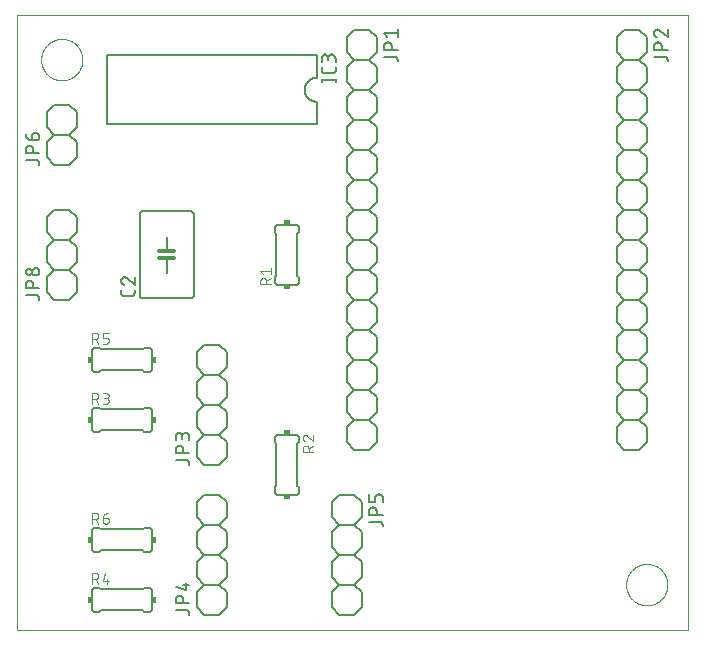
<source format=gto>
G75*
%MOIN*%
%OFA0B0*%
%FSLAX25Y25*%
%IPPOS*%
%LPD*%
%AMOC8*
5,1,8,0,0,1.08239X$1,22.5*
%
%ADD10C,0.00000*%
%ADD11C,0.01200*%
%ADD12C,0.00600*%
%ADD13C,0.00500*%
%ADD14R,0.02000X0.01500*%
%ADD15C,0.00400*%
%ADD16R,0.01500X0.02000*%
D10*
X0093333Y0006300D02*
X0093333Y0211261D01*
X0317034Y0211261D01*
X0317034Y0006300D01*
X0093333Y0006300D01*
X0296443Y0021300D02*
X0296445Y0021469D01*
X0296451Y0021638D01*
X0296462Y0021807D01*
X0296476Y0021975D01*
X0296495Y0022143D01*
X0296518Y0022311D01*
X0296544Y0022478D01*
X0296575Y0022644D01*
X0296610Y0022810D01*
X0296649Y0022974D01*
X0296693Y0023138D01*
X0296740Y0023300D01*
X0296791Y0023461D01*
X0296846Y0023621D01*
X0296905Y0023780D01*
X0296967Y0023937D01*
X0297034Y0024092D01*
X0297105Y0024246D01*
X0297179Y0024398D01*
X0297257Y0024548D01*
X0297338Y0024696D01*
X0297423Y0024842D01*
X0297512Y0024986D01*
X0297604Y0025128D01*
X0297700Y0025267D01*
X0297799Y0025404D01*
X0297901Y0025539D01*
X0298007Y0025671D01*
X0298116Y0025800D01*
X0298228Y0025927D01*
X0298343Y0026051D01*
X0298461Y0026172D01*
X0298582Y0026290D01*
X0298706Y0026405D01*
X0298833Y0026517D01*
X0298962Y0026626D01*
X0299094Y0026732D01*
X0299229Y0026834D01*
X0299366Y0026933D01*
X0299505Y0027029D01*
X0299647Y0027121D01*
X0299791Y0027210D01*
X0299937Y0027295D01*
X0300085Y0027376D01*
X0300235Y0027454D01*
X0300387Y0027528D01*
X0300541Y0027599D01*
X0300696Y0027666D01*
X0300853Y0027728D01*
X0301012Y0027787D01*
X0301172Y0027842D01*
X0301333Y0027893D01*
X0301495Y0027940D01*
X0301659Y0027984D01*
X0301823Y0028023D01*
X0301989Y0028058D01*
X0302155Y0028089D01*
X0302322Y0028115D01*
X0302490Y0028138D01*
X0302658Y0028157D01*
X0302826Y0028171D01*
X0302995Y0028182D01*
X0303164Y0028188D01*
X0303333Y0028190D01*
X0303502Y0028188D01*
X0303671Y0028182D01*
X0303840Y0028171D01*
X0304008Y0028157D01*
X0304176Y0028138D01*
X0304344Y0028115D01*
X0304511Y0028089D01*
X0304677Y0028058D01*
X0304843Y0028023D01*
X0305007Y0027984D01*
X0305171Y0027940D01*
X0305333Y0027893D01*
X0305494Y0027842D01*
X0305654Y0027787D01*
X0305813Y0027728D01*
X0305970Y0027666D01*
X0306125Y0027599D01*
X0306279Y0027528D01*
X0306431Y0027454D01*
X0306581Y0027376D01*
X0306729Y0027295D01*
X0306875Y0027210D01*
X0307019Y0027121D01*
X0307161Y0027029D01*
X0307300Y0026933D01*
X0307437Y0026834D01*
X0307572Y0026732D01*
X0307704Y0026626D01*
X0307833Y0026517D01*
X0307960Y0026405D01*
X0308084Y0026290D01*
X0308205Y0026172D01*
X0308323Y0026051D01*
X0308438Y0025927D01*
X0308550Y0025800D01*
X0308659Y0025671D01*
X0308765Y0025539D01*
X0308867Y0025404D01*
X0308966Y0025267D01*
X0309062Y0025128D01*
X0309154Y0024986D01*
X0309243Y0024842D01*
X0309328Y0024696D01*
X0309409Y0024548D01*
X0309487Y0024398D01*
X0309561Y0024246D01*
X0309632Y0024092D01*
X0309699Y0023937D01*
X0309761Y0023780D01*
X0309820Y0023621D01*
X0309875Y0023461D01*
X0309926Y0023300D01*
X0309973Y0023138D01*
X0310017Y0022974D01*
X0310056Y0022810D01*
X0310091Y0022644D01*
X0310122Y0022478D01*
X0310148Y0022311D01*
X0310171Y0022143D01*
X0310190Y0021975D01*
X0310204Y0021807D01*
X0310215Y0021638D01*
X0310221Y0021469D01*
X0310223Y0021300D01*
X0310221Y0021131D01*
X0310215Y0020962D01*
X0310204Y0020793D01*
X0310190Y0020625D01*
X0310171Y0020457D01*
X0310148Y0020289D01*
X0310122Y0020122D01*
X0310091Y0019956D01*
X0310056Y0019790D01*
X0310017Y0019626D01*
X0309973Y0019462D01*
X0309926Y0019300D01*
X0309875Y0019139D01*
X0309820Y0018979D01*
X0309761Y0018820D01*
X0309699Y0018663D01*
X0309632Y0018508D01*
X0309561Y0018354D01*
X0309487Y0018202D01*
X0309409Y0018052D01*
X0309328Y0017904D01*
X0309243Y0017758D01*
X0309154Y0017614D01*
X0309062Y0017472D01*
X0308966Y0017333D01*
X0308867Y0017196D01*
X0308765Y0017061D01*
X0308659Y0016929D01*
X0308550Y0016800D01*
X0308438Y0016673D01*
X0308323Y0016549D01*
X0308205Y0016428D01*
X0308084Y0016310D01*
X0307960Y0016195D01*
X0307833Y0016083D01*
X0307704Y0015974D01*
X0307572Y0015868D01*
X0307437Y0015766D01*
X0307300Y0015667D01*
X0307161Y0015571D01*
X0307019Y0015479D01*
X0306875Y0015390D01*
X0306729Y0015305D01*
X0306581Y0015224D01*
X0306431Y0015146D01*
X0306279Y0015072D01*
X0306125Y0015001D01*
X0305970Y0014934D01*
X0305813Y0014872D01*
X0305654Y0014813D01*
X0305494Y0014758D01*
X0305333Y0014707D01*
X0305171Y0014660D01*
X0305007Y0014616D01*
X0304843Y0014577D01*
X0304677Y0014542D01*
X0304511Y0014511D01*
X0304344Y0014485D01*
X0304176Y0014462D01*
X0304008Y0014443D01*
X0303840Y0014429D01*
X0303671Y0014418D01*
X0303502Y0014412D01*
X0303333Y0014410D01*
X0303164Y0014412D01*
X0302995Y0014418D01*
X0302826Y0014429D01*
X0302658Y0014443D01*
X0302490Y0014462D01*
X0302322Y0014485D01*
X0302155Y0014511D01*
X0301989Y0014542D01*
X0301823Y0014577D01*
X0301659Y0014616D01*
X0301495Y0014660D01*
X0301333Y0014707D01*
X0301172Y0014758D01*
X0301012Y0014813D01*
X0300853Y0014872D01*
X0300696Y0014934D01*
X0300541Y0015001D01*
X0300387Y0015072D01*
X0300235Y0015146D01*
X0300085Y0015224D01*
X0299937Y0015305D01*
X0299791Y0015390D01*
X0299647Y0015479D01*
X0299505Y0015571D01*
X0299366Y0015667D01*
X0299229Y0015766D01*
X0299094Y0015868D01*
X0298962Y0015974D01*
X0298833Y0016083D01*
X0298706Y0016195D01*
X0298582Y0016310D01*
X0298461Y0016428D01*
X0298343Y0016549D01*
X0298228Y0016673D01*
X0298116Y0016800D01*
X0298007Y0016929D01*
X0297901Y0017061D01*
X0297799Y0017196D01*
X0297700Y0017333D01*
X0297604Y0017472D01*
X0297512Y0017614D01*
X0297423Y0017758D01*
X0297338Y0017904D01*
X0297257Y0018052D01*
X0297179Y0018202D01*
X0297105Y0018354D01*
X0297034Y0018508D01*
X0296967Y0018663D01*
X0296905Y0018820D01*
X0296846Y0018979D01*
X0296791Y0019139D01*
X0296740Y0019300D01*
X0296693Y0019462D01*
X0296649Y0019626D01*
X0296610Y0019790D01*
X0296575Y0019956D01*
X0296544Y0020122D01*
X0296518Y0020289D01*
X0296495Y0020457D01*
X0296476Y0020625D01*
X0296462Y0020793D01*
X0296451Y0020962D01*
X0296445Y0021131D01*
X0296443Y0021300D01*
X0101443Y0196300D02*
X0101445Y0196469D01*
X0101451Y0196638D01*
X0101462Y0196807D01*
X0101476Y0196975D01*
X0101495Y0197143D01*
X0101518Y0197311D01*
X0101544Y0197478D01*
X0101575Y0197644D01*
X0101610Y0197810D01*
X0101649Y0197974D01*
X0101693Y0198138D01*
X0101740Y0198300D01*
X0101791Y0198461D01*
X0101846Y0198621D01*
X0101905Y0198780D01*
X0101967Y0198937D01*
X0102034Y0199092D01*
X0102105Y0199246D01*
X0102179Y0199398D01*
X0102257Y0199548D01*
X0102338Y0199696D01*
X0102423Y0199842D01*
X0102512Y0199986D01*
X0102604Y0200128D01*
X0102700Y0200267D01*
X0102799Y0200404D01*
X0102901Y0200539D01*
X0103007Y0200671D01*
X0103116Y0200800D01*
X0103228Y0200927D01*
X0103343Y0201051D01*
X0103461Y0201172D01*
X0103582Y0201290D01*
X0103706Y0201405D01*
X0103833Y0201517D01*
X0103962Y0201626D01*
X0104094Y0201732D01*
X0104229Y0201834D01*
X0104366Y0201933D01*
X0104505Y0202029D01*
X0104647Y0202121D01*
X0104791Y0202210D01*
X0104937Y0202295D01*
X0105085Y0202376D01*
X0105235Y0202454D01*
X0105387Y0202528D01*
X0105541Y0202599D01*
X0105696Y0202666D01*
X0105853Y0202728D01*
X0106012Y0202787D01*
X0106172Y0202842D01*
X0106333Y0202893D01*
X0106495Y0202940D01*
X0106659Y0202984D01*
X0106823Y0203023D01*
X0106989Y0203058D01*
X0107155Y0203089D01*
X0107322Y0203115D01*
X0107490Y0203138D01*
X0107658Y0203157D01*
X0107826Y0203171D01*
X0107995Y0203182D01*
X0108164Y0203188D01*
X0108333Y0203190D01*
X0108502Y0203188D01*
X0108671Y0203182D01*
X0108840Y0203171D01*
X0109008Y0203157D01*
X0109176Y0203138D01*
X0109344Y0203115D01*
X0109511Y0203089D01*
X0109677Y0203058D01*
X0109843Y0203023D01*
X0110007Y0202984D01*
X0110171Y0202940D01*
X0110333Y0202893D01*
X0110494Y0202842D01*
X0110654Y0202787D01*
X0110813Y0202728D01*
X0110970Y0202666D01*
X0111125Y0202599D01*
X0111279Y0202528D01*
X0111431Y0202454D01*
X0111581Y0202376D01*
X0111729Y0202295D01*
X0111875Y0202210D01*
X0112019Y0202121D01*
X0112161Y0202029D01*
X0112300Y0201933D01*
X0112437Y0201834D01*
X0112572Y0201732D01*
X0112704Y0201626D01*
X0112833Y0201517D01*
X0112960Y0201405D01*
X0113084Y0201290D01*
X0113205Y0201172D01*
X0113323Y0201051D01*
X0113438Y0200927D01*
X0113550Y0200800D01*
X0113659Y0200671D01*
X0113765Y0200539D01*
X0113867Y0200404D01*
X0113966Y0200267D01*
X0114062Y0200128D01*
X0114154Y0199986D01*
X0114243Y0199842D01*
X0114328Y0199696D01*
X0114409Y0199548D01*
X0114487Y0199398D01*
X0114561Y0199246D01*
X0114632Y0199092D01*
X0114699Y0198937D01*
X0114761Y0198780D01*
X0114820Y0198621D01*
X0114875Y0198461D01*
X0114926Y0198300D01*
X0114973Y0198138D01*
X0115017Y0197974D01*
X0115056Y0197810D01*
X0115091Y0197644D01*
X0115122Y0197478D01*
X0115148Y0197311D01*
X0115171Y0197143D01*
X0115190Y0196975D01*
X0115204Y0196807D01*
X0115215Y0196638D01*
X0115221Y0196469D01*
X0115223Y0196300D01*
X0115221Y0196131D01*
X0115215Y0195962D01*
X0115204Y0195793D01*
X0115190Y0195625D01*
X0115171Y0195457D01*
X0115148Y0195289D01*
X0115122Y0195122D01*
X0115091Y0194956D01*
X0115056Y0194790D01*
X0115017Y0194626D01*
X0114973Y0194462D01*
X0114926Y0194300D01*
X0114875Y0194139D01*
X0114820Y0193979D01*
X0114761Y0193820D01*
X0114699Y0193663D01*
X0114632Y0193508D01*
X0114561Y0193354D01*
X0114487Y0193202D01*
X0114409Y0193052D01*
X0114328Y0192904D01*
X0114243Y0192758D01*
X0114154Y0192614D01*
X0114062Y0192472D01*
X0113966Y0192333D01*
X0113867Y0192196D01*
X0113765Y0192061D01*
X0113659Y0191929D01*
X0113550Y0191800D01*
X0113438Y0191673D01*
X0113323Y0191549D01*
X0113205Y0191428D01*
X0113084Y0191310D01*
X0112960Y0191195D01*
X0112833Y0191083D01*
X0112704Y0190974D01*
X0112572Y0190868D01*
X0112437Y0190766D01*
X0112300Y0190667D01*
X0112161Y0190571D01*
X0112019Y0190479D01*
X0111875Y0190390D01*
X0111729Y0190305D01*
X0111581Y0190224D01*
X0111431Y0190146D01*
X0111279Y0190072D01*
X0111125Y0190001D01*
X0110970Y0189934D01*
X0110813Y0189872D01*
X0110654Y0189813D01*
X0110494Y0189758D01*
X0110333Y0189707D01*
X0110171Y0189660D01*
X0110007Y0189616D01*
X0109843Y0189577D01*
X0109677Y0189542D01*
X0109511Y0189511D01*
X0109344Y0189485D01*
X0109176Y0189462D01*
X0109008Y0189443D01*
X0108840Y0189429D01*
X0108671Y0189418D01*
X0108502Y0189412D01*
X0108333Y0189410D01*
X0108164Y0189412D01*
X0107995Y0189418D01*
X0107826Y0189429D01*
X0107658Y0189443D01*
X0107490Y0189462D01*
X0107322Y0189485D01*
X0107155Y0189511D01*
X0106989Y0189542D01*
X0106823Y0189577D01*
X0106659Y0189616D01*
X0106495Y0189660D01*
X0106333Y0189707D01*
X0106172Y0189758D01*
X0106012Y0189813D01*
X0105853Y0189872D01*
X0105696Y0189934D01*
X0105541Y0190001D01*
X0105387Y0190072D01*
X0105235Y0190146D01*
X0105085Y0190224D01*
X0104937Y0190305D01*
X0104791Y0190390D01*
X0104647Y0190479D01*
X0104505Y0190571D01*
X0104366Y0190667D01*
X0104229Y0190766D01*
X0104094Y0190868D01*
X0103962Y0190974D01*
X0103833Y0191083D01*
X0103706Y0191195D01*
X0103582Y0191310D01*
X0103461Y0191428D01*
X0103343Y0191549D01*
X0103228Y0191673D01*
X0103116Y0191800D01*
X0103007Y0191929D01*
X0102901Y0192061D01*
X0102799Y0192196D01*
X0102700Y0192333D01*
X0102604Y0192472D01*
X0102512Y0192614D01*
X0102423Y0192758D01*
X0102338Y0192904D01*
X0102257Y0193052D01*
X0102179Y0193202D01*
X0102105Y0193354D01*
X0102034Y0193508D01*
X0101967Y0193663D01*
X0101905Y0193820D01*
X0101846Y0193979D01*
X0101791Y0194139D01*
X0101740Y0194300D01*
X0101693Y0194462D01*
X0101649Y0194626D01*
X0101610Y0194790D01*
X0101575Y0194956D01*
X0101544Y0195122D01*
X0101518Y0195289D01*
X0101495Y0195457D01*
X0101476Y0195625D01*
X0101462Y0195793D01*
X0101451Y0195962D01*
X0101445Y0196131D01*
X0101443Y0196300D01*
D11*
X0140833Y0132600D02*
X0143333Y0132600D01*
X0145833Y0132600D01*
X0145833Y0130100D02*
X0143333Y0130100D01*
X0140833Y0130100D01*
D12*
X0143333Y0130100D02*
X0143333Y0125300D01*
X0143333Y0132600D02*
X0143333Y0137300D01*
X0135333Y0145800D02*
X0135273Y0145798D01*
X0135212Y0145793D01*
X0135153Y0145784D01*
X0135094Y0145771D01*
X0135035Y0145755D01*
X0134978Y0145735D01*
X0134923Y0145712D01*
X0134868Y0145685D01*
X0134816Y0145656D01*
X0134765Y0145623D01*
X0134716Y0145587D01*
X0134670Y0145549D01*
X0134626Y0145507D01*
X0134584Y0145463D01*
X0134546Y0145417D01*
X0134510Y0145368D01*
X0134477Y0145317D01*
X0134448Y0145265D01*
X0134421Y0145210D01*
X0134398Y0145155D01*
X0134378Y0145098D01*
X0134362Y0145039D01*
X0134349Y0144980D01*
X0134340Y0144921D01*
X0134335Y0144860D01*
X0134333Y0144800D01*
X0134333Y0117800D01*
X0134335Y0117740D01*
X0134340Y0117679D01*
X0134349Y0117620D01*
X0134362Y0117561D01*
X0134378Y0117502D01*
X0134398Y0117445D01*
X0134421Y0117390D01*
X0134448Y0117335D01*
X0134477Y0117283D01*
X0134510Y0117232D01*
X0134546Y0117183D01*
X0134584Y0117137D01*
X0134626Y0117093D01*
X0134670Y0117051D01*
X0134716Y0117013D01*
X0134765Y0116977D01*
X0134816Y0116944D01*
X0134868Y0116915D01*
X0134923Y0116888D01*
X0134978Y0116865D01*
X0135035Y0116845D01*
X0135094Y0116829D01*
X0135153Y0116816D01*
X0135212Y0116807D01*
X0135273Y0116802D01*
X0135333Y0116800D01*
X0151333Y0116800D01*
X0151393Y0116802D01*
X0151454Y0116807D01*
X0151513Y0116816D01*
X0151572Y0116829D01*
X0151631Y0116845D01*
X0151688Y0116865D01*
X0151743Y0116888D01*
X0151798Y0116915D01*
X0151850Y0116944D01*
X0151901Y0116977D01*
X0151950Y0117013D01*
X0151996Y0117051D01*
X0152040Y0117093D01*
X0152082Y0117137D01*
X0152120Y0117183D01*
X0152156Y0117232D01*
X0152189Y0117283D01*
X0152218Y0117335D01*
X0152245Y0117390D01*
X0152268Y0117445D01*
X0152288Y0117502D01*
X0152304Y0117561D01*
X0152317Y0117620D01*
X0152326Y0117679D01*
X0152331Y0117740D01*
X0152333Y0117800D01*
X0152333Y0144800D01*
X0152331Y0144860D01*
X0152326Y0144921D01*
X0152317Y0144980D01*
X0152304Y0145039D01*
X0152288Y0145098D01*
X0152268Y0145155D01*
X0152245Y0145210D01*
X0152218Y0145265D01*
X0152189Y0145317D01*
X0152156Y0145368D01*
X0152120Y0145417D01*
X0152082Y0145463D01*
X0152040Y0145507D01*
X0151996Y0145549D01*
X0151950Y0145587D01*
X0151901Y0145623D01*
X0151850Y0145656D01*
X0151798Y0145685D01*
X0151743Y0145712D01*
X0151688Y0145735D01*
X0151631Y0145755D01*
X0151572Y0145771D01*
X0151513Y0145784D01*
X0151454Y0145793D01*
X0151393Y0145798D01*
X0151333Y0145800D01*
X0135333Y0145800D01*
X0113333Y0143800D02*
X0113333Y0138800D01*
X0110833Y0136300D01*
X0113333Y0133800D01*
X0113333Y0128800D01*
X0110833Y0126300D01*
X0113333Y0123800D01*
X0113333Y0118800D01*
X0110833Y0116300D01*
X0105833Y0116300D01*
X0103333Y0118800D01*
X0103333Y0123800D01*
X0105833Y0126300D01*
X0103333Y0128800D01*
X0103333Y0133800D01*
X0105833Y0136300D01*
X0103333Y0138800D01*
X0103333Y0143800D01*
X0105833Y0146300D01*
X0110833Y0146300D01*
X0113333Y0143800D01*
X0110833Y0136300D02*
X0105833Y0136300D01*
X0105833Y0126300D02*
X0110833Y0126300D01*
X0119333Y0100300D02*
X0120833Y0100300D01*
X0121333Y0099800D01*
X0135333Y0099800D01*
X0135833Y0100300D01*
X0137333Y0100300D01*
X0137393Y0100298D01*
X0137454Y0100293D01*
X0137513Y0100284D01*
X0137572Y0100271D01*
X0137631Y0100255D01*
X0137688Y0100235D01*
X0137743Y0100212D01*
X0137798Y0100185D01*
X0137850Y0100156D01*
X0137901Y0100123D01*
X0137950Y0100087D01*
X0137996Y0100049D01*
X0138040Y0100007D01*
X0138082Y0099963D01*
X0138120Y0099917D01*
X0138156Y0099868D01*
X0138189Y0099817D01*
X0138218Y0099765D01*
X0138245Y0099710D01*
X0138268Y0099655D01*
X0138288Y0099598D01*
X0138304Y0099539D01*
X0138317Y0099480D01*
X0138326Y0099421D01*
X0138331Y0099360D01*
X0138333Y0099300D01*
X0138333Y0093300D01*
X0138331Y0093240D01*
X0138326Y0093179D01*
X0138317Y0093120D01*
X0138304Y0093061D01*
X0138288Y0093002D01*
X0138268Y0092945D01*
X0138245Y0092890D01*
X0138218Y0092835D01*
X0138189Y0092783D01*
X0138156Y0092732D01*
X0138120Y0092683D01*
X0138082Y0092637D01*
X0138040Y0092593D01*
X0137996Y0092551D01*
X0137950Y0092513D01*
X0137901Y0092477D01*
X0137850Y0092444D01*
X0137798Y0092415D01*
X0137743Y0092388D01*
X0137688Y0092365D01*
X0137631Y0092345D01*
X0137572Y0092329D01*
X0137513Y0092316D01*
X0137454Y0092307D01*
X0137393Y0092302D01*
X0137333Y0092300D01*
X0135833Y0092300D01*
X0135333Y0092800D01*
X0121333Y0092800D01*
X0120833Y0092300D01*
X0119333Y0092300D01*
X0119273Y0092302D01*
X0119212Y0092307D01*
X0119153Y0092316D01*
X0119094Y0092329D01*
X0119035Y0092345D01*
X0118978Y0092365D01*
X0118923Y0092388D01*
X0118868Y0092415D01*
X0118816Y0092444D01*
X0118765Y0092477D01*
X0118716Y0092513D01*
X0118670Y0092551D01*
X0118626Y0092593D01*
X0118584Y0092637D01*
X0118546Y0092683D01*
X0118510Y0092732D01*
X0118477Y0092783D01*
X0118448Y0092835D01*
X0118421Y0092890D01*
X0118398Y0092945D01*
X0118378Y0093002D01*
X0118362Y0093061D01*
X0118349Y0093120D01*
X0118340Y0093179D01*
X0118335Y0093240D01*
X0118333Y0093300D01*
X0118333Y0099300D01*
X0118335Y0099360D01*
X0118340Y0099421D01*
X0118349Y0099480D01*
X0118362Y0099539D01*
X0118378Y0099598D01*
X0118398Y0099655D01*
X0118421Y0099710D01*
X0118448Y0099765D01*
X0118477Y0099817D01*
X0118510Y0099868D01*
X0118546Y0099917D01*
X0118584Y0099963D01*
X0118626Y0100007D01*
X0118670Y0100049D01*
X0118716Y0100087D01*
X0118765Y0100123D01*
X0118816Y0100156D01*
X0118868Y0100185D01*
X0118923Y0100212D01*
X0118978Y0100235D01*
X0119035Y0100255D01*
X0119094Y0100271D01*
X0119153Y0100284D01*
X0119212Y0100293D01*
X0119273Y0100298D01*
X0119333Y0100300D01*
X0119333Y0080300D02*
X0120833Y0080300D01*
X0121333Y0079800D01*
X0135333Y0079800D01*
X0135833Y0080300D01*
X0137333Y0080300D01*
X0137393Y0080298D01*
X0137454Y0080293D01*
X0137513Y0080284D01*
X0137572Y0080271D01*
X0137631Y0080255D01*
X0137688Y0080235D01*
X0137743Y0080212D01*
X0137798Y0080185D01*
X0137850Y0080156D01*
X0137901Y0080123D01*
X0137950Y0080087D01*
X0137996Y0080049D01*
X0138040Y0080007D01*
X0138082Y0079963D01*
X0138120Y0079917D01*
X0138156Y0079868D01*
X0138189Y0079817D01*
X0138218Y0079765D01*
X0138245Y0079710D01*
X0138268Y0079655D01*
X0138288Y0079598D01*
X0138304Y0079539D01*
X0138317Y0079480D01*
X0138326Y0079421D01*
X0138331Y0079360D01*
X0138333Y0079300D01*
X0138333Y0073300D01*
X0138331Y0073240D01*
X0138326Y0073179D01*
X0138317Y0073120D01*
X0138304Y0073061D01*
X0138288Y0073002D01*
X0138268Y0072945D01*
X0138245Y0072890D01*
X0138218Y0072835D01*
X0138189Y0072783D01*
X0138156Y0072732D01*
X0138120Y0072683D01*
X0138082Y0072637D01*
X0138040Y0072593D01*
X0137996Y0072551D01*
X0137950Y0072513D01*
X0137901Y0072477D01*
X0137850Y0072444D01*
X0137798Y0072415D01*
X0137743Y0072388D01*
X0137688Y0072365D01*
X0137631Y0072345D01*
X0137572Y0072329D01*
X0137513Y0072316D01*
X0137454Y0072307D01*
X0137393Y0072302D01*
X0137333Y0072300D01*
X0135833Y0072300D01*
X0135333Y0072800D01*
X0121333Y0072800D01*
X0120833Y0072300D01*
X0119333Y0072300D01*
X0119273Y0072302D01*
X0119212Y0072307D01*
X0119153Y0072316D01*
X0119094Y0072329D01*
X0119035Y0072345D01*
X0118978Y0072365D01*
X0118923Y0072388D01*
X0118868Y0072415D01*
X0118816Y0072444D01*
X0118765Y0072477D01*
X0118716Y0072513D01*
X0118670Y0072551D01*
X0118626Y0072593D01*
X0118584Y0072637D01*
X0118546Y0072683D01*
X0118510Y0072732D01*
X0118477Y0072783D01*
X0118448Y0072835D01*
X0118421Y0072890D01*
X0118398Y0072945D01*
X0118378Y0073002D01*
X0118362Y0073061D01*
X0118349Y0073120D01*
X0118340Y0073179D01*
X0118335Y0073240D01*
X0118333Y0073300D01*
X0118333Y0079300D01*
X0118335Y0079360D01*
X0118340Y0079421D01*
X0118349Y0079480D01*
X0118362Y0079539D01*
X0118378Y0079598D01*
X0118398Y0079655D01*
X0118421Y0079710D01*
X0118448Y0079765D01*
X0118477Y0079817D01*
X0118510Y0079868D01*
X0118546Y0079917D01*
X0118584Y0079963D01*
X0118626Y0080007D01*
X0118670Y0080049D01*
X0118716Y0080087D01*
X0118765Y0080123D01*
X0118816Y0080156D01*
X0118868Y0080185D01*
X0118923Y0080212D01*
X0118978Y0080235D01*
X0119035Y0080255D01*
X0119094Y0080271D01*
X0119153Y0080284D01*
X0119212Y0080293D01*
X0119273Y0080298D01*
X0119333Y0080300D01*
X0153333Y0078800D02*
X0153333Y0073800D01*
X0155833Y0071300D01*
X0160833Y0071300D01*
X0163333Y0073800D01*
X0163333Y0078800D01*
X0160833Y0081300D01*
X0155833Y0081300D01*
X0153333Y0078800D01*
X0155833Y0081300D02*
X0153333Y0083800D01*
X0153333Y0088800D01*
X0155833Y0091300D01*
X0153333Y0093800D01*
X0153333Y0098800D01*
X0155833Y0101300D01*
X0160833Y0101300D01*
X0163333Y0098800D01*
X0163333Y0093800D01*
X0160833Y0091300D01*
X0163333Y0088800D01*
X0163333Y0083800D01*
X0160833Y0081300D01*
X0160833Y0091300D02*
X0155833Y0091300D01*
X0155833Y0071300D02*
X0153333Y0068800D01*
X0153333Y0063800D01*
X0155833Y0061300D01*
X0160833Y0061300D01*
X0163333Y0063800D01*
X0163333Y0068800D01*
X0160833Y0071300D01*
X0179333Y0070300D02*
X0179333Y0068800D01*
X0179833Y0068300D01*
X0179833Y0054300D01*
X0179333Y0053800D01*
X0179333Y0052300D01*
X0179335Y0052240D01*
X0179340Y0052179D01*
X0179349Y0052120D01*
X0179362Y0052061D01*
X0179378Y0052002D01*
X0179398Y0051945D01*
X0179421Y0051890D01*
X0179448Y0051835D01*
X0179477Y0051783D01*
X0179510Y0051732D01*
X0179546Y0051683D01*
X0179584Y0051637D01*
X0179626Y0051593D01*
X0179670Y0051551D01*
X0179716Y0051513D01*
X0179765Y0051477D01*
X0179816Y0051444D01*
X0179868Y0051415D01*
X0179923Y0051388D01*
X0179978Y0051365D01*
X0180035Y0051345D01*
X0180094Y0051329D01*
X0180153Y0051316D01*
X0180212Y0051307D01*
X0180273Y0051302D01*
X0180333Y0051300D01*
X0186333Y0051300D01*
X0186393Y0051302D01*
X0186454Y0051307D01*
X0186513Y0051316D01*
X0186572Y0051329D01*
X0186631Y0051345D01*
X0186688Y0051365D01*
X0186743Y0051388D01*
X0186798Y0051415D01*
X0186850Y0051444D01*
X0186901Y0051477D01*
X0186950Y0051513D01*
X0186996Y0051551D01*
X0187040Y0051593D01*
X0187082Y0051637D01*
X0187120Y0051683D01*
X0187156Y0051732D01*
X0187189Y0051783D01*
X0187218Y0051835D01*
X0187245Y0051890D01*
X0187268Y0051945D01*
X0187288Y0052002D01*
X0187304Y0052061D01*
X0187317Y0052120D01*
X0187326Y0052179D01*
X0187331Y0052240D01*
X0187333Y0052300D01*
X0187333Y0053800D01*
X0186833Y0054300D01*
X0186833Y0068300D01*
X0187333Y0068800D01*
X0187333Y0070300D01*
X0187331Y0070360D01*
X0187326Y0070421D01*
X0187317Y0070480D01*
X0187304Y0070539D01*
X0187288Y0070598D01*
X0187268Y0070655D01*
X0187245Y0070710D01*
X0187218Y0070765D01*
X0187189Y0070817D01*
X0187156Y0070868D01*
X0187120Y0070917D01*
X0187082Y0070963D01*
X0187040Y0071007D01*
X0186996Y0071049D01*
X0186950Y0071087D01*
X0186901Y0071123D01*
X0186850Y0071156D01*
X0186798Y0071185D01*
X0186743Y0071212D01*
X0186688Y0071235D01*
X0186631Y0071255D01*
X0186572Y0071271D01*
X0186513Y0071284D01*
X0186454Y0071293D01*
X0186393Y0071298D01*
X0186333Y0071300D01*
X0180333Y0071300D01*
X0180273Y0071298D01*
X0180212Y0071293D01*
X0180153Y0071284D01*
X0180094Y0071271D01*
X0180035Y0071255D01*
X0179978Y0071235D01*
X0179923Y0071212D01*
X0179868Y0071185D01*
X0179816Y0071156D01*
X0179765Y0071123D01*
X0179716Y0071087D01*
X0179670Y0071049D01*
X0179626Y0071007D01*
X0179584Y0070963D01*
X0179546Y0070917D01*
X0179510Y0070868D01*
X0179477Y0070817D01*
X0179448Y0070765D01*
X0179421Y0070710D01*
X0179398Y0070655D01*
X0179378Y0070598D01*
X0179362Y0070539D01*
X0179349Y0070480D01*
X0179340Y0070421D01*
X0179335Y0070360D01*
X0179333Y0070300D01*
X0203333Y0068800D02*
X0203333Y0073800D01*
X0205833Y0076300D01*
X0203333Y0078800D01*
X0203333Y0083800D01*
X0205833Y0086300D01*
X0203333Y0088800D01*
X0203333Y0093800D01*
X0205833Y0096300D01*
X0203333Y0098800D01*
X0203333Y0103800D01*
X0205833Y0106300D01*
X0203333Y0108800D01*
X0203333Y0113800D01*
X0205833Y0116300D01*
X0203333Y0118800D01*
X0203333Y0123800D01*
X0205833Y0126300D01*
X0203333Y0128800D01*
X0203333Y0133800D01*
X0205833Y0136300D01*
X0203333Y0138800D01*
X0203333Y0143800D01*
X0205833Y0146300D01*
X0203333Y0148800D01*
X0203333Y0153800D01*
X0205833Y0156300D01*
X0203333Y0158800D01*
X0203333Y0163800D01*
X0205833Y0166300D01*
X0203333Y0168800D01*
X0203333Y0173800D01*
X0205833Y0176300D01*
X0203333Y0178800D01*
X0203333Y0183800D01*
X0205833Y0186300D01*
X0203333Y0188800D01*
X0203333Y0193800D01*
X0205833Y0196300D01*
X0203333Y0198800D01*
X0203333Y0203800D01*
X0205833Y0206300D01*
X0210833Y0206300D01*
X0213333Y0203800D01*
X0213333Y0198800D01*
X0210833Y0196300D01*
X0213333Y0193800D01*
X0213333Y0188800D01*
X0210833Y0186300D01*
X0205833Y0186300D01*
X0210833Y0186300D02*
X0213333Y0183800D01*
X0213333Y0178800D01*
X0210833Y0176300D01*
X0213333Y0173800D01*
X0213333Y0168800D01*
X0210833Y0166300D01*
X0213333Y0163800D01*
X0213333Y0158800D01*
X0210833Y0156300D01*
X0205833Y0156300D01*
X0210833Y0156300D02*
X0213333Y0153800D01*
X0213333Y0148800D01*
X0210833Y0146300D01*
X0213333Y0143800D01*
X0213333Y0138800D01*
X0210833Y0136300D01*
X0213333Y0133800D01*
X0213333Y0128800D01*
X0210833Y0126300D01*
X0205833Y0126300D01*
X0210833Y0126300D02*
X0213333Y0123800D01*
X0213333Y0118800D01*
X0210833Y0116300D01*
X0213333Y0113800D01*
X0213333Y0108800D01*
X0210833Y0106300D01*
X0213333Y0103800D01*
X0213333Y0098800D01*
X0210833Y0096300D01*
X0205833Y0096300D01*
X0210833Y0096300D02*
X0213333Y0093800D01*
X0213333Y0088800D01*
X0210833Y0086300D01*
X0213333Y0083800D01*
X0213333Y0078800D01*
X0210833Y0076300D01*
X0213333Y0073800D01*
X0213333Y0068800D01*
X0210833Y0066300D01*
X0205833Y0066300D01*
X0203333Y0068800D01*
X0205833Y0076300D02*
X0210833Y0076300D01*
X0210833Y0086300D02*
X0205833Y0086300D01*
X0205833Y0106300D02*
X0210833Y0106300D01*
X0210833Y0116300D02*
X0205833Y0116300D01*
X0187333Y0122300D02*
X0187333Y0123800D01*
X0186833Y0124300D01*
X0186833Y0138300D01*
X0187333Y0138800D01*
X0187333Y0140300D01*
X0187331Y0140360D01*
X0187326Y0140421D01*
X0187317Y0140480D01*
X0187304Y0140539D01*
X0187288Y0140598D01*
X0187268Y0140655D01*
X0187245Y0140710D01*
X0187218Y0140765D01*
X0187189Y0140817D01*
X0187156Y0140868D01*
X0187120Y0140917D01*
X0187082Y0140963D01*
X0187040Y0141007D01*
X0186996Y0141049D01*
X0186950Y0141087D01*
X0186901Y0141123D01*
X0186850Y0141156D01*
X0186798Y0141185D01*
X0186743Y0141212D01*
X0186688Y0141235D01*
X0186631Y0141255D01*
X0186572Y0141271D01*
X0186513Y0141284D01*
X0186454Y0141293D01*
X0186393Y0141298D01*
X0186333Y0141300D01*
X0180333Y0141300D01*
X0180273Y0141298D01*
X0180212Y0141293D01*
X0180153Y0141284D01*
X0180094Y0141271D01*
X0180035Y0141255D01*
X0179978Y0141235D01*
X0179923Y0141212D01*
X0179868Y0141185D01*
X0179816Y0141156D01*
X0179765Y0141123D01*
X0179716Y0141087D01*
X0179670Y0141049D01*
X0179626Y0141007D01*
X0179584Y0140963D01*
X0179546Y0140917D01*
X0179510Y0140868D01*
X0179477Y0140817D01*
X0179448Y0140765D01*
X0179421Y0140710D01*
X0179398Y0140655D01*
X0179378Y0140598D01*
X0179362Y0140539D01*
X0179349Y0140480D01*
X0179340Y0140421D01*
X0179335Y0140360D01*
X0179333Y0140300D01*
X0179333Y0138800D01*
X0179833Y0138300D01*
X0179833Y0124300D01*
X0179333Y0123800D01*
X0179333Y0122300D01*
X0179335Y0122240D01*
X0179340Y0122179D01*
X0179349Y0122120D01*
X0179362Y0122061D01*
X0179378Y0122002D01*
X0179398Y0121945D01*
X0179421Y0121890D01*
X0179448Y0121835D01*
X0179477Y0121783D01*
X0179510Y0121732D01*
X0179546Y0121683D01*
X0179584Y0121637D01*
X0179626Y0121593D01*
X0179670Y0121551D01*
X0179716Y0121513D01*
X0179765Y0121477D01*
X0179816Y0121444D01*
X0179868Y0121415D01*
X0179923Y0121388D01*
X0179978Y0121365D01*
X0180035Y0121345D01*
X0180094Y0121329D01*
X0180153Y0121316D01*
X0180212Y0121307D01*
X0180273Y0121302D01*
X0180333Y0121300D01*
X0186333Y0121300D01*
X0186393Y0121302D01*
X0186454Y0121307D01*
X0186513Y0121316D01*
X0186572Y0121329D01*
X0186631Y0121345D01*
X0186688Y0121365D01*
X0186743Y0121388D01*
X0186798Y0121415D01*
X0186850Y0121444D01*
X0186901Y0121477D01*
X0186950Y0121513D01*
X0186996Y0121551D01*
X0187040Y0121593D01*
X0187082Y0121637D01*
X0187120Y0121683D01*
X0187156Y0121732D01*
X0187189Y0121783D01*
X0187218Y0121835D01*
X0187245Y0121890D01*
X0187268Y0121945D01*
X0187288Y0122002D01*
X0187304Y0122061D01*
X0187317Y0122120D01*
X0187326Y0122179D01*
X0187331Y0122240D01*
X0187333Y0122300D01*
X0205833Y0136300D02*
X0210833Y0136300D01*
X0210833Y0146300D02*
X0205833Y0146300D01*
X0205833Y0166300D02*
X0210833Y0166300D01*
X0210833Y0176300D02*
X0205833Y0176300D01*
X0193333Y0174800D02*
X0193333Y0182300D01*
X0193207Y0182302D01*
X0193082Y0182308D01*
X0192957Y0182318D01*
X0192832Y0182332D01*
X0192707Y0182349D01*
X0192583Y0182371D01*
X0192460Y0182396D01*
X0192338Y0182426D01*
X0192217Y0182459D01*
X0192097Y0182496D01*
X0191978Y0182536D01*
X0191861Y0182581D01*
X0191744Y0182629D01*
X0191630Y0182681D01*
X0191517Y0182736D01*
X0191406Y0182795D01*
X0191297Y0182857D01*
X0191190Y0182923D01*
X0191085Y0182992D01*
X0190982Y0183064D01*
X0190881Y0183139D01*
X0190783Y0183218D01*
X0190688Y0183300D01*
X0190595Y0183384D01*
X0190505Y0183472D01*
X0190417Y0183562D01*
X0190333Y0183655D01*
X0190251Y0183750D01*
X0190172Y0183848D01*
X0190097Y0183949D01*
X0190025Y0184052D01*
X0189956Y0184157D01*
X0189890Y0184264D01*
X0189828Y0184373D01*
X0189769Y0184484D01*
X0189714Y0184597D01*
X0189662Y0184711D01*
X0189614Y0184828D01*
X0189569Y0184945D01*
X0189529Y0185064D01*
X0189492Y0185184D01*
X0189459Y0185305D01*
X0189429Y0185427D01*
X0189404Y0185550D01*
X0189382Y0185674D01*
X0189365Y0185799D01*
X0189351Y0185924D01*
X0189341Y0186049D01*
X0189335Y0186174D01*
X0189333Y0186300D01*
X0189335Y0186426D01*
X0189341Y0186551D01*
X0189351Y0186676D01*
X0189365Y0186801D01*
X0189382Y0186926D01*
X0189404Y0187050D01*
X0189429Y0187173D01*
X0189459Y0187295D01*
X0189492Y0187416D01*
X0189529Y0187536D01*
X0189569Y0187655D01*
X0189614Y0187772D01*
X0189662Y0187889D01*
X0189714Y0188003D01*
X0189769Y0188116D01*
X0189828Y0188227D01*
X0189890Y0188336D01*
X0189956Y0188443D01*
X0190025Y0188548D01*
X0190097Y0188651D01*
X0190172Y0188752D01*
X0190251Y0188850D01*
X0190333Y0188945D01*
X0190417Y0189038D01*
X0190505Y0189128D01*
X0190595Y0189216D01*
X0190688Y0189300D01*
X0190783Y0189382D01*
X0190881Y0189461D01*
X0190982Y0189536D01*
X0191085Y0189608D01*
X0191190Y0189677D01*
X0191297Y0189743D01*
X0191406Y0189805D01*
X0191517Y0189864D01*
X0191630Y0189919D01*
X0191744Y0189971D01*
X0191861Y0190019D01*
X0191978Y0190064D01*
X0192097Y0190104D01*
X0192217Y0190141D01*
X0192338Y0190174D01*
X0192460Y0190204D01*
X0192583Y0190229D01*
X0192707Y0190251D01*
X0192832Y0190268D01*
X0192957Y0190282D01*
X0193082Y0190292D01*
X0193207Y0190298D01*
X0193333Y0190300D01*
X0193333Y0197800D01*
X0123333Y0197800D01*
X0123333Y0174800D01*
X0193333Y0174800D01*
X0205833Y0196300D02*
X0210833Y0196300D01*
X0293333Y0193800D02*
X0293333Y0188800D01*
X0295833Y0186300D01*
X0300833Y0186300D01*
X0303333Y0188800D01*
X0303333Y0193800D01*
X0300833Y0196300D01*
X0295833Y0196300D01*
X0293333Y0193800D01*
X0295833Y0196300D02*
X0293333Y0198800D01*
X0293333Y0203800D01*
X0295833Y0206300D01*
X0300833Y0206300D01*
X0303333Y0203800D01*
X0303333Y0198800D01*
X0300833Y0196300D01*
X0300833Y0186300D02*
X0303333Y0183800D01*
X0303333Y0178800D01*
X0300833Y0176300D01*
X0303333Y0173800D01*
X0303333Y0168800D01*
X0300833Y0166300D01*
X0303333Y0163800D01*
X0303333Y0158800D01*
X0300833Y0156300D01*
X0295833Y0156300D01*
X0293333Y0158800D01*
X0293333Y0163800D01*
X0295833Y0166300D01*
X0293333Y0168800D01*
X0293333Y0173800D01*
X0295833Y0176300D01*
X0293333Y0178800D01*
X0293333Y0183800D01*
X0295833Y0186300D01*
X0295833Y0176300D02*
X0300833Y0176300D01*
X0300833Y0166300D02*
X0295833Y0166300D01*
X0295833Y0156300D02*
X0293333Y0153800D01*
X0293333Y0148800D01*
X0295833Y0146300D01*
X0293333Y0143800D01*
X0293333Y0138800D01*
X0295833Y0136300D01*
X0293333Y0133800D01*
X0293333Y0128800D01*
X0295833Y0126300D01*
X0300833Y0126300D01*
X0303333Y0128800D01*
X0303333Y0133800D01*
X0300833Y0136300D01*
X0295833Y0136300D01*
X0300833Y0136300D02*
X0303333Y0138800D01*
X0303333Y0143800D01*
X0300833Y0146300D01*
X0295833Y0146300D01*
X0300833Y0146300D02*
X0303333Y0148800D01*
X0303333Y0153800D01*
X0300833Y0156300D01*
X0300833Y0126300D02*
X0303333Y0123800D01*
X0303333Y0118800D01*
X0300833Y0116300D01*
X0303333Y0113800D01*
X0303333Y0108800D01*
X0300833Y0106300D01*
X0303333Y0103800D01*
X0303333Y0098800D01*
X0300833Y0096300D01*
X0295833Y0096300D01*
X0293333Y0098800D01*
X0293333Y0103800D01*
X0295833Y0106300D01*
X0293333Y0108800D01*
X0293333Y0113800D01*
X0295833Y0116300D01*
X0293333Y0118800D01*
X0293333Y0123800D01*
X0295833Y0126300D01*
X0295833Y0116300D02*
X0300833Y0116300D01*
X0300833Y0106300D02*
X0295833Y0106300D01*
X0295833Y0096300D02*
X0293333Y0093800D01*
X0293333Y0088800D01*
X0295833Y0086300D01*
X0293333Y0083800D01*
X0293333Y0078800D01*
X0295833Y0076300D01*
X0293333Y0073800D01*
X0293333Y0068800D01*
X0295833Y0066300D01*
X0300833Y0066300D01*
X0303333Y0068800D01*
X0303333Y0073800D01*
X0300833Y0076300D01*
X0295833Y0076300D01*
X0300833Y0076300D02*
X0303333Y0078800D01*
X0303333Y0083800D01*
X0300833Y0086300D01*
X0295833Y0086300D01*
X0300833Y0086300D02*
X0303333Y0088800D01*
X0303333Y0093800D01*
X0300833Y0096300D01*
X0208333Y0048800D02*
X0208333Y0043800D01*
X0205833Y0041300D01*
X0208333Y0038800D01*
X0208333Y0033800D01*
X0205833Y0031300D01*
X0200833Y0031300D01*
X0198333Y0033800D01*
X0198333Y0038800D01*
X0200833Y0041300D01*
X0198333Y0043800D01*
X0198333Y0048800D01*
X0200833Y0051300D01*
X0205833Y0051300D01*
X0208333Y0048800D01*
X0205833Y0041300D02*
X0200833Y0041300D01*
X0200833Y0031300D02*
X0198333Y0028800D01*
X0198333Y0023800D01*
X0200833Y0021300D01*
X0198333Y0018800D01*
X0198333Y0013800D01*
X0200833Y0011300D01*
X0205833Y0011300D01*
X0208333Y0013800D01*
X0208333Y0018800D01*
X0205833Y0021300D01*
X0200833Y0021300D01*
X0205833Y0021300D02*
X0208333Y0023800D01*
X0208333Y0028800D01*
X0205833Y0031300D01*
X0163333Y0028800D02*
X0163333Y0023800D01*
X0160833Y0021300D01*
X0163333Y0018800D01*
X0163333Y0013800D01*
X0160833Y0011300D01*
X0155833Y0011300D01*
X0153333Y0013800D01*
X0153333Y0018800D01*
X0155833Y0021300D01*
X0153333Y0023800D01*
X0153333Y0028800D01*
X0155833Y0031300D01*
X0160833Y0031300D01*
X0163333Y0028800D01*
X0160833Y0031300D02*
X0163333Y0033800D01*
X0163333Y0038800D01*
X0160833Y0041300D01*
X0163333Y0043800D01*
X0163333Y0048800D01*
X0160833Y0051300D01*
X0155833Y0051300D01*
X0153333Y0048800D01*
X0153333Y0043800D01*
X0155833Y0041300D01*
X0160833Y0041300D01*
X0155833Y0041300D02*
X0153333Y0038800D01*
X0153333Y0033800D01*
X0155833Y0031300D01*
X0155833Y0021300D02*
X0160833Y0021300D01*
X0138333Y0019300D02*
X0138333Y0013300D01*
X0138331Y0013240D01*
X0138326Y0013179D01*
X0138317Y0013120D01*
X0138304Y0013061D01*
X0138288Y0013002D01*
X0138268Y0012945D01*
X0138245Y0012890D01*
X0138218Y0012835D01*
X0138189Y0012783D01*
X0138156Y0012732D01*
X0138120Y0012683D01*
X0138082Y0012637D01*
X0138040Y0012593D01*
X0137996Y0012551D01*
X0137950Y0012513D01*
X0137901Y0012477D01*
X0137850Y0012444D01*
X0137798Y0012415D01*
X0137743Y0012388D01*
X0137688Y0012365D01*
X0137631Y0012345D01*
X0137572Y0012329D01*
X0137513Y0012316D01*
X0137454Y0012307D01*
X0137393Y0012302D01*
X0137333Y0012300D01*
X0135833Y0012300D01*
X0135333Y0012800D01*
X0121333Y0012800D01*
X0120833Y0012300D01*
X0119333Y0012300D01*
X0119273Y0012302D01*
X0119212Y0012307D01*
X0119153Y0012316D01*
X0119094Y0012329D01*
X0119035Y0012345D01*
X0118978Y0012365D01*
X0118923Y0012388D01*
X0118868Y0012415D01*
X0118816Y0012444D01*
X0118765Y0012477D01*
X0118716Y0012513D01*
X0118670Y0012551D01*
X0118626Y0012593D01*
X0118584Y0012637D01*
X0118546Y0012683D01*
X0118510Y0012732D01*
X0118477Y0012783D01*
X0118448Y0012835D01*
X0118421Y0012890D01*
X0118398Y0012945D01*
X0118378Y0013002D01*
X0118362Y0013061D01*
X0118349Y0013120D01*
X0118340Y0013179D01*
X0118335Y0013240D01*
X0118333Y0013300D01*
X0118333Y0019300D01*
X0118335Y0019360D01*
X0118340Y0019421D01*
X0118349Y0019480D01*
X0118362Y0019539D01*
X0118378Y0019598D01*
X0118398Y0019655D01*
X0118421Y0019710D01*
X0118448Y0019765D01*
X0118477Y0019817D01*
X0118510Y0019868D01*
X0118546Y0019917D01*
X0118584Y0019963D01*
X0118626Y0020007D01*
X0118670Y0020049D01*
X0118716Y0020087D01*
X0118765Y0020123D01*
X0118816Y0020156D01*
X0118868Y0020185D01*
X0118923Y0020212D01*
X0118978Y0020235D01*
X0119035Y0020255D01*
X0119094Y0020271D01*
X0119153Y0020284D01*
X0119212Y0020293D01*
X0119273Y0020298D01*
X0119333Y0020300D01*
X0120833Y0020300D01*
X0121333Y0019800D01*
X0135333Y0019800D01*
X0135833Y0020300D01*
X0137333Y0020300D01*
X0137393Y0020298D01*
X0137454Y0020293D01*
X0137513Y0020284D01*
X0137572Y0020271D01*
X0137631Y0020255D01*
X0137688Y0020235D01*
X0137743Y0020212D01*
X0137798Y0020185D01*
X0137850Y0020156D01*
X0137901Y0020123D01*
X0137950Y0020087D01*
X0137996Y0020049D01*
X0138040Y0020007D01*
X0138082Y0019963D01*
X0138120Y0019917D01*
X0138156Y0019868D01*
X0138189Y0019817D01*
X0138218Y0019765D01*
X0138245Y0019710D01*
X0138268Y0019655D01*
X0138288Y0019598D01*
X0138304Y0019539D01*
X0138317Y0019480D01*
X0138326Y0019421D01*
X0138331Y0019360D01*
X0138333Y0019300D01*
X0137333Y0032300D02*
X0135833Y0032300D01*
X0135333Y0032800D01*
X0121333Y0032800D01*
X0120833Y0032300D01*
X0119333Y0032300D01*
X0119273Y0032302D01*
X0119212Y0032307D01*
X0119153Y0032316D01*
X0119094Y0032329D01*
X0119035Y0032345D01*
X0118978Y0032365D01*
X0118923Y0032388D01*
X0118868Y0032415D01*
X0118816Y0032444D01*
X0118765Y0032477D01*
X0118716Y0032513D01*
X0118670Y0032551D01*
X0118626Y0032593D01*
X0118584Y0032637D01*
X0118546Y0032683D01*
X0118510Y0032732D01*
X0118477Y0032783D01*
X0118448Y0032835D01*
X0118421Y0032890D01*
X0118398Y0032945D01*
X0118378Y0033002D01*
X0118362Y0033061D01*
X0118349Y0033120D01*
X0118340Y0033179D01*
X0118335Y0033240D01*
X0118333Y0033300D01*
X0118333Y0039300D01*
X0118335Y0039360D01*
X0118340Y0039421D01*
X0118349Y0039480D01*
X0118362Y0039539D01*
X0118378Y0039598D01*
X0118398Y0039655D01*
X0118421Y0039710D01*
X0118448Y0039765D01*
X0118477Y0039817D01*
X0118510Y0039868D01*
X0118546Y0039917D01*
X0118584Y0039963D01*
X0118626Y0040007D01*
X0118670Y0040049D01*
X0118716Y0040087D01*
X0118765Y0040123D01*
X0118816Y0040156D01*
X0118868Y0040185D01*
X0118923Y0040212D01*
X0118978Y0040235D01*
X0119035Y0040255D01*
X0119094Y0040271D01*
X0119153Y0040284D01*
X0119212Y0040293D01*
X0119273Y0040298D01*
X0119333Y0040300D01*
X0120833Y0040300D01*
X0121333Y0039800D01*
X0135333Y0039800D01*
X0135833Y0040300D01*
X0137333Y0040300D01*
X0137393Y0040298D01*
X0137454Y0040293D01*
X0137513Y0040284D01*
X0137572Y0040271D01*
X0137631Y0040255D01*
X0137688Y0040235D01*
X0137743Y0040212D01*
X0137798Y0040185D01*
X0137850Y0040156D01*
X0137901Y0040123D01*
X0137950Y0040087D01*
X0137996Y0040049D01*
X0138040Y0040007D01*
X0138082Y0039963D01*
X0138120Y0039917D01*
X0138156Y0039868D01*
X0138189Y0039817D01*
X0138218Y0039765D01*
X0138245Y0039710D01*
X0138268Y0039655D01*
X0138288Y0039598D01*
X0138304Y0039539D01*
X0138317Y0039480D01*
X0138326Y0039421D01*
X0138331Y0039360D01*
X0138333Y0039300D01*
X0138333Y0033300D01*
X0138331Y0033240D01*
X0138326Y0033179D01*
X0138317Y0033120D01*
X0138304Y0033061D01*
X0138288Y0033002D01*
X0138268Y0032945D01*
X0138245Y0032890D01*
X0138218Y0032835D01*
X0138189Y0032783D01*
X0138156Y0032732D01*
X0138120Y0032683D01*
X0138082Y0032637D01*
X0138040Y0032593D01*
X0137996Y0032551D01*
X0137950Y0032513D01*
X0137901Y0032477D01*
X0137850Y0032444D01*
X0137798Y0032415D01*
X0137743Y0032388D01*
X0137688Y0032365D01*
X0137631Y0032345D01*
X0137572Y0032329D01*
X0137513Y0032316D01*
X0137454Y0032307D01*
X0137393Y0032302D01*
X0137333Y0032300D01*
X0110833Y0161300D02*
X0105833Y0161300D01*
X0103333Y0163800D01*
X0103333Y0168800D01*
X0105833Y0171300D01*
X0103333Y0173800D01*
X0103333Y0178800D01*
X0105833Y0181300D01*
X0110833Y0181300D01*
X0113333Y0178800D01*
X0113333Y0173800D01*
X0110833Y0171300D01*
X0113333Y0168800D01*
X0113333Y0163800D01*
X0110833Y0161300D01*
X0110833Y0171300D02*
X0105833Y0171300D01*
D13*
X0099633Y0171879D02*
X0099383Y0171879D01*
X0099323Y0171877D01*
X0099262Y0171872D01*
X0099203Y0171863D01*
X0099144Y0171850D01*
X0099085Y0171834D01*
X0099028Y0171814D01*
X0098973Y0171791D01*
X0098918Y0171764D01*
X0098866Y0171735D01*
X0098815Y0171702D01*
X0098766Y0171666D01*
X0098720Y0171628D01*
X0098676Y0171586D01*
X0098634Y0171542D01*
X0098596Y0171496D01*
X0098560Y0171447D01*
X0098527Y0171396D01*
X0098498Y0171344D01*
X0098471Y0171289D01*
X0098448Y0171234D01*
X0098428Y0171177D01*
X0098412Y0171118D01*
X0098399Y0171059D01*
X0098390Y0171000D01*
X0098385Y0170939D01*
X0098383Y0170879D01*
X0098383Y0169379D01*
X0099633Y0169379D01*
X0099702Y0169381D01*
X0099771Y0169387D01*
X0099839Y0169396D01*
X0099906Y0169409D01*
X0099973Y0169426D01*
X0100039Y0169447D01*
X0100103Y0169471D01*
X0100166Y0169499D01*
X0100228Y0169530D01*
X0100288Y0169564D01*
X0100345Y0169602D01*
X0100401Y0169643D01*
X0100454Y0169686D01*
X0100505Y0169733D01*
X0100553Y0169782D01*
X0100598Y0169834D01*
X0100640Y0169889D01*
X0100679Y0169945D01*
X0100716Y0170004D01*
X0100748Y0170065D01*
X0100778Y0170127D01*
X0100804Y0170191D01*
X0100826Y0170256D01*
X0100845Y0170322D01*
X0100860Y0170389D01*
X0100871Y0170457D01*
X0100879Y0170526D01*
X0100883Y0170595D01*
X0100883Y0170663D01*
X0100879Y0170732D01*
X0100871Y0170801D01*
X0100860Y0170869D01*
X0100845Y0170936D01*
X0100826Y0171002D01*
X0100804Y0171067D01*
X0100778Y0171131D01*
X0100748Y0171193D01*
X0100716Y0171254D01*
X0100679Y0171313D01*
X0100640Y0171369D01*
X0100598Y0171424D01*
X0100553Y0171476D01*
X0100505Y0171525D01*
X0100454Y0171572D01*
X0100401Y0171615D01*
X0100345Y0171656D01*
X0100288Y0171694D01*
X0100228Y0171728D01*
X0100166Y0171759D01*
X0100103Y0171787D01*
X0100039Y0171811D01*
X0099973Y0171832D01*
X0099906Y0171849D01*
X0099839Y0171862D01*
X0099771Y0171871D01*
X0099702Y0171877D01*
X0099633Y0171879D01*
X0098383Y0169379D02*
X0098296Y0169381D01*
X0098209Y0169387D01*
X0098122Y0169396D01*
X0098036Y0169409D01*
X0097950Y0169426D01*
X0097865Y0169447D01*
X0097782Y0169472D01*
X0097699Y0169500D01*
X0097618Y0169531D01*
X0097538Y0169566D01*
X0097460Y0169605D01*
X0097383Y0169647D01*
X0097308Y0169692D01*
X0097236Y0169741D01*
X0097165Y0169792D01*
X0097097Y0169847D01*
X0097032Y0169904D01*
X0096969Y0169965D01*
X0096908Y0170028D01*
X0096851Y0170093D01*
X0096796Y0170161D01*
X0096745Y0170232D01*
X0096696Y0170304D01*
X0096651Y0170379D01*
X0096609Y0170456D01*
X0096570Y0170534D01*
X0096535Y0170614D01*
X0096504Y0170695D01*
X0096476Y0170778D01*
X0096451Y0170861D01*
X0096430Y0170946D01*
X0096413Y0171032D01*
X0096400Y0171118D01*
X0096391Y0171205D01*
X0096385Y0171292D01*
X0096383Y0171379D01*
X0096383Y0166354D02*
X0096383Y0165104D01*
X0100883Y0165104D01*
X0098883Y0165104D02*
X0098883Y0166354D01*
X0098881Y0166423D01*
X0098875Y0166492D01*
X0098866Y0166560D01*
X0098853Y0166627D01*
X0098836Y0166694D01*
X0098815Y0166760D01*
X0098791Y0166824D01*
X0098763Y0166887D01*
X0098732Y0166949D01*
X0098698Y0167009D01*
X0098660Y0167066D01*
X0098619Y0167122D01*
X0098576Y0167175D01*
X0098529Y0167226D01*
X0098480Y0167274D01*
X0098428Y0167319D01*
X0098373Y0167361D01*
X0098317Y0167400D01*
X0098258Y0167437D01*
X0098197Y0167469D01*
X0098135Y0167499D01*
X0098071Y0167525D01*
X0098006Y0167547D01*
X0097940Y0167566D01*
X0097873Y0167581D01*
X0097805Y0167592D01*
X0097736Y0167600D01*
X0097667Y0167604D01*
X0097599Y0167604D01*
X0097530Y0167600D01*
X0097461Y0167592D01*
X0097393Y0167581D01*
X0097326Y0167566D01*
X0097260Y0167547D01*
X0097195Y0167525D01*
X0097131Y0167499D01*
X0097069Y0167469D01*
X0097008Y0167437D01*
X0096949Y0167400D01*
X0096893Y0167361D01*
X0096838Y0167319D01*
X0096786Y0167274D01*
X0096737Y0167226D01*
X0096690Y0167175D01*
X0096647Y0167122D01*
X0096606Y0167066D01*
X0096568Y0167009D01*
X0096534Y0166949D01*
X0096503Y0166887D01*
X0096475Y0166824D01*
X0096451Y0166760D01*
X0096430Y0166694D01*
X0096413Y0166627D01*
X0096400Y0166560D01*
X0096391Y0166492D01*
X0096385Y0166423D01*
X0096383Y0166354D01*
X0096383Y0162750D02*
X0099883Y0162750D01*
X0099943Y0162748D01*
X0100004Y0162743D01*
X0100063Y0162734D01*
X0100122Y0162721D01*
X0100181Y0162705D01*
X0100238Y0162685D01*
X0100293Y0162662D01*
X0100348Y0162635D01*
X0100400Y0162606D01*
X0100451Y0162573D01*
X0100500Y0162537D01*
X0100546Y0162499D01*
X0100590Y0162457D01*
X0100632Y0162413D01*
X0100670Y0162367D01*
X0100706Y0162318D01*
X0100739Y0162267D01*
X0100768Y0162215D01*
X0100795Y0162160D01*
X0100818Y0162105D01*
X0100838Y0162048D01*
X0100854Y0161989D01*
X0100867Y0161930D01*
X0100876Y0161871D01*
X0100881Y0161810D01*
X0100883Y0161750D01*
X0100883Y0161250D01*
X0099633Y0126879D02*
X0099702Y0126877D01*
X0099771Y0126871D01*
X0099839Y0126862D01*
X0099906Y0126849D01*
X0099973Y0126832D01*
X0100039Y0126811D01*
X0100103Y0126787D01*
X0100166Y0126759D01*
X0100228Y0126728D01*
X0100288Y0126694D01*
X0100345Y0126656D01*
X0100401Y0126615D01*
X0100454Y0126572D01*
X0100505Y0126525D01*
X0100553Y0126476D01*
X0100598Y0126424D01*
X0100640Y0126369D01*
X0100679Y0126313D01*
X0100716Y0126254D01*
X0100748Y0126193D01*
X0100778Y0126131D01*
X0100804Y0126067D01*
X0100826Y0126002D01*
X0100845Y0125936D01*
X0100860Y0125869D01*
X0100871Y0125801D01*
X0100879Y0125732D01*
X0100883Y0125663D01*
X0100883Y0125595D01*
X0100879Y0125526D01*
X0100871Y0125457D01*
X0100860Y0125389D01*
X0100845Y0125322D01*
X0100826Y0125256D01*
X0100804Y0125191D01*
X0100778Y0125127D01*
X0100748Y0125065D01*
X0100716Y0125004D01*
X0100679Y0124945D01*
X0100640Y0124889D01*
X0100598Y0124834D01*
X0100553Y0124782D01*
X0100505Y0124733D01*
X0100454Y0124686D01*
X0100401Y0124643D01*
X0100345Y0124602D01*
X0100288Y0124564D01*
X0100228Y0124530D01*
X0100166Y0124499D01*
X0100103Y0124471D01*
X0100039Y0124447D01*
X0099973Y0124426D01*
X0099906Y0124409D01*
X0099839Y0124396D01*
X0099771Y0124387D01*
X0099702Y0124381D01*
X0099633Y0124379D01*
X0099564Y0124381D01*
X0099495Y0124387D01*
X0099427Y0124396D01*
X0099360Y0124409D01*
X0099293Y0124426D01*
X0099227Y0124447D01*
X0099163Y0124471D01*
X0099100Y0124499D01*
X0099038Y0124530D01*
X0098978Y0124564D01*
X0098921Y0124602D01*
X0098865Y0124643D01*
X0098812Y0124686D01*
X0098761Y0124733D01*
X0098713Y0124782D01*
X0098668Y0124834D01*
X0098626Y0124889D01*
X0098587Y0124945D01*
X0098550Y0125004D01*
X0098518Y0125065D01*
X0098488Y0125127D01*
X0098462Y0125191D01*
X0098440Y0125256D01*
X0098421Y0125322D01*
X0098406Y0125389D01*
X0098395Y0125457D01*
X0098387Y0125526D01*
X0098383Y0125595D01*
X0098383Y0125663D01*
X0098387Y0125732D01*
X0098395Y0125801D01*
X0098406Y0125869D01*
X0098421Y0125936D01*
X0098440Y0126002D01*
X0098462Y0126067D01*
X0098488Y0126131D01*
X0098518Y0126193D01*
X0098550Y0126254D01*
X0098587Y0126313D01*
X0098626Y0126369D01*
X0098668Y0126424D01*
X0098713Y0126476D01*
X0098761Y0126525D01*
X0098812Y0126572D01*
X0098865Y0126615D01*
X0098921Y0126656D01*
X0098978Y0126694D01*
X0099038Y0126728D01*
X0099100Y0126759D01*
X0099163Y0126787D01*
X0099227Y0126811D01*
X0099293Y0126832D01*
X0099360Y0126849D01*
X0099427Y0126862D01*
X0099495Y0126871D01*
X0099564Y0126877D01*
X0099633Y0126879D01*
X0097383Y0126629D02*
X0097445Y0126627D01*
X0097506Y0126621D01*
X0097567Y0126612D01*
X0097627Y0126599D01*
X0097686Y0126582D01*
X0097744Y0126561D01*
X0097801Y0126537D01*
X0097856Y0126510D01*
X0097909Y0126479D01*
X0097961Y0126445D01*
X0098010Y0126408D01*
X0098057Y0126368D01*
X0098101Y0126325D01*
X0098142Y0126280D01*
X0098181Y0126232D01*
X0098217Y0126181D01*
X0098249Y0126129D01*
X0098278Y0126075D01*
X0098304Y0126019D01*
X0098326Y0125961D01*
X0098345Y0125903D01*
X0098360Y0125843D01*
X0098371Y0125782D01*
X0098379Y0125721D01*
X0098383Y0125660D01*
X0098383Y0125598D01*
X0098379Y0125537D01*
X0098371Y0125476D01*
X0098360Y0125415D01*
X0098345Y0125355D01*
X0098326Y0125297D01*
X0098304Y0125239D01*
X0098278Y0125183D01*
X0098249Y0125129D01*
X0098217Y0125077D01*
X0098181Y0125026D01*
X0098142Y0124978D01*
X0098101Y0124933D01*
X0098057Y0124890D01*
X0098010Y0124850D01*
X0097961Y0124813D01*
X0097909Y0124779D01*
X0097856Y0124748D01*
X0097801Y0124721D01*
X0097744Y0124697D01*
X0097686Y0124676D01*
X0097627Y0124659D01*
X0097567Y0124646D01*
X0097506Y0124637D01*
X0097445Y0124631D01*
X0097383Y0124629D01*
X0097321Y0124631D01*
X0097260Y0124637D01*
X0097199Y0124646D01*
X0097139Y0124659D01*
X0097080Y0124676D01*
X0097022Y0124697D01*
X0096965Y0124721D01*
X0096910Y0124748D01*
X0096857Y0124779D01*
X0096805Y0124813D01*
X0096756Y0124850D01*
X0096709Y0124890D01*
X0096665Y0124933D01*
X0096624Y0124978D01*
X0096585Y0125026D01*
X0096549Y0125077D01*
X0096517Y0125129D01*
X0096488Y0125183D01*
X0096462Y0125239D01*
X0096440Y0125297D01*
X0096421Y0125355D01*
X0096406Y0125415D01*
X0096395Y0125476D01*
X0096387Y0125537D01*
X0096383Y0125598D01*
X0096383Y0125660D01*
X0096387Y0125721D01*
X0096395Y0125782D01*
X0096406Y0125843D01*
X0096421Y0125903D01*
X0096440Y0125961D01*
X0096462Y0126019D01*
X0096488Y0126075D01*
X0096517Y0126129D01*
X0096549Y0126181D01*
X0096585Y0126232D01*
X0096624Y0126280D01*
X0096665Y0126325D01*
X0096709Y0126368D01*
X0096756Y0126408D01*
X0096805Y0126445D01*
X0096857Y0126479D01*
X0096910Y0126510D01*
X0096965Y0126537D01*
X0097022Y0126561D01*
X0097080Y0126582D01*
X0097139Y0126599D01*
X0097199Y0126612D01*
X0097260Y0126621D01*
X0097321Y0126627D01*
X0097383Y0126629D01*
X0096383Y0121354D02*
X0096385Y0121423D01*
X0096391Y0121492D01*
X0096400Y0121560D01*
X0096413Y0121627D01*
X0096430Y0121694D01*
X0096451Y0121760D01*
X0096475Y0121824D01*
X0096503Y0121887D01*
X0096534Y0121949D01*
X0096568Y0122009D01*
X0096606Y0122066D01*
X0096647Y0122122D01*
X0096690Y0122175D01*
X0096737Y0122226D01*
X0096786Y0122274D01*
X0096838Y0122319D01*
X0096893Y0122361D01*
X0096949Y0122400D01*
X0097008Y0122437D01*
X0097069Y0122469D01*
X0097131Y0122499D01*
X0097195Y0122525D01*
X0097260Y0122547D01*
X0097326Y0122566D01*
X0097393Y0122581D01*
X0097461Y0122592D01*
X0097530Y0122600D01*
X0097599Y0122604D01*
X0097667Y0122604D01*
X0097736Y0122600D01*
X0097805Y0122592D01*
X0097873Y0122581D01*
X0097940Y0122566D01*
X0098006Y0122547D01*
X0098071Y0122525D01*
X0098135Y0122499D01*
X0098197Y0122469D01*
X0098258Y0122437D01*
X0098317Y0122400D01*
X0098373Y0122361D01*
X0098428Y0122319D01*
X0098480Y0122274D01*
X0098529Y0122226D01*
X0098576Y0122175D01*
X0098619Y0122122D01*
X0098660Y0122066D01*
X0098698Y0122009D01*
X0098732Y0121949D01*
X0098763Y0121887D01*
X0098791Y0121824D01*
X0098815Y0121760D01*
X0098836Y0121694D01*
X0098853Y0121627D01*
X0098866Y0121560D01*
X0098875Y0121492D01*
X0098881Y0121423D01*
X0098883Y0121354D01*
X0098883Y0120104D01*
X0100883Y0120104D02*
X0096383Y0120104D01*
X0096383Y0121354D01*
X0096383Y0117750D02*
X0099883Y0117750D01*
X0099943Y0117748D01*
X0100004Y0117743D01*
X0100063Y0117734D01*
X0100122Y0117721D01*
X0100181Y0117705D01*
X0100238Y0117685D01*
X0100293Y0117662D01*
X0100348Y0117635D01*
X0100400Y0117606D01*
X0100451Y0117573D01*
X0100500Y0117537D01*
X0100546Y0117499D01*
X0100590Y0117457D01*
X0100632Y0117413D01*
X0100670Y0117367D01*
X0100706Y0117318D01*
X0100739Y0117267D01*
X0100768Y0117215D01*
X0100795Y0117160D01*
X0100818Y0117105D01*
X0100838Y0117048D01*
X0100854Y0116989D01*
X0100867Y0116930D01*
X0100876Y0116871D01*
X0100881Y0116810D01*
X0100883Y0116750D01*
X0100883Y0116250D01*
X0128083Y0118550D02*
X0128083Y0119550D01*
X0128083Y0118550D02*
X0128085Y0118490D01*
X0128090Y0118429D01*
X0128099Y0118370D01*
X0128112Y0118311D01*
X0128128Y0118252D01*
X0128148Y0118195D01*
X0128171Y0118140D01*
X0128198Y0118085D01*
X0128227Y0118033D01*
X0128260Y0117982D01*
X0128296Y0117933D01*
X0128334Y0117887D01*
X0128376Y0117843D01*
X0128420Y0117801D01*
X0128466Y0117763D01*
X0128515Y0117727D01*
X0128566Y0117694D01*
X0128618Y0117665D01*
X0128673Y0117638D01*
X0128728Y0117615D01*
X0128785Y0117595D01*
X0128844Y0117579D01*
X0128903Y0117566D01*
X0128962Y0117557D01*
X0129023Y0117552D01*
X0129083Y0117550D01*
X0131583Y0117550D01*
X0131643Y0117552D01*
X0131704Y0117557D01*
X0131763Y0117566D01*
X0131822Y0117579D01*
X0131881Y0117595D01*
X0131938Y0117615D01*
X0131993Y0117638D01*
X0132048Y0117665D01*
X0132100Y0117694D01*
X0132151Y0117727D01*
X0132200Y0117763D01*
X0132246Y0117801D01*
X0132290Y0117843D01*
X0132332Y0117887D01*
X0132370Y0117933D01*
X0132406Y0117982D01*
X0132439Y0118033D01*
X0132468Y0118085D01*
X0132495Y0118140D01*
X0132518Y0118195D01*
X0132538Y0118252D01*
X0132554Y0118311D01*
X0132567Y0118370D01*
X0132576Y0118429D01*
X0132581Y0118490D01*
X0132583Y0118550D01*
X0132583Y0119550D01*
X0132583Y0121315D02*
X0132583Y0123815D01*
X0132583Y0121315D02*
X0130083Y0123440D01*
X0128084Y0122690D02*
X0128086Y0122617D01*
X0128091Y0122545D01*
X0128100Y0122473D01*
X0128113Y0122401D01*
X0128129Y0122330D01*
X0128149Y0122260D01*
X0128173Y0122192D01*
X0128199Y0122124D01*
X0128230Y0122058D01*
X0128263Y0121993D01*
X0128300Y0121931D01*
X0128339Y0121870D01*
X0128382Y0121811D01*
X0128428Y0121754D01*
X0128476Y0121700D01*
X0128527Y0121649D01*
X0128581Y0121599D01*
X0128637Y0121553D01*
X0128695Y0121510D01*
X0128756Y0121469D01*
X0128818Y0121432D01*
X0128882Y0121398D01*
X0128948Y0121367D01*
X0129015Y0121339D01*
X0129084Y0121315D01*
X0130083Y0123439D02*
X0130037Y0123485D01*
X0129988Y0123529D01*
X0129937Y0123569D01*
X0129884Y0123607D01*
X0129829Y0123642D01*
X0129772Y0123674D01*
X0129714Y0123703D01*
X0129654Y0123729D01*
X0129592Y0123751D01*
X0129530Y0123770D01*
X0129467Y0123786D01*
X0129403Y0123798D01*
X0129338Y0123807D01*
X0129273Y0123812D01*
X0129208Y0123814D01*
X0129208Y0123815D02*
X0129143Y0123813D01*
X0129077Y0123807D01*
X0129013Y0123798D01*
X0128949Y0123785D01*
X0128885Y0123768D01*
X0128823Y0123747D01*
X0128762Y0123723D01*
X0128703Y0123695D01*
X0128646Y0123664D01*
X0128590Y0123630D01*
X0128536Y0123592D01*
X0128485Y0123552D01*
X0128436Y0123508D01*
X0128390Y0123462D01*
X0128346Y0123413D01*
X0128306Y0123362D01*
X0128268Y0123308D01*
X0128234Y0123253D01*
X0128203Y0123195D01*
X0128175Y0123136D01*
X0128151Y0123075D01*
X0128130Y0123013D01*
X0128113Y0122949D01*
X0128100Y0122885D01*
X0128091Y0122821D01*
X0128085Y0122755D01*
X0128083Y0122690D01*
X0146383Y0070879D02*
X0146383Y0069379D01*
X0146383Y0070879D02*
X0146385Y0070941D01*
X0146391Y0071002D01*
X0146400Y0071063D01*
X0146413Y0071123D01*
X0146430Y0071182D01*
X0146451Y0071240D01*
X0146475Y0071297D01*
X0146502Y0071352D01*
X0146533Y0071405D01*
X0146567Y0071457D01*
X0146604Y0071506D01*
X0146644Y0071553D01*
X0146687Y0071597D01*
X0146732Y0071638D01*
X0146780Y0071677D01*
X0146831Y0071713D01*
X0146883Y0071745D01*
X0146937Y0071774D01*
X0146993Y0071800D01*
X0147051Y0071822D01*
X0147109Y0071841D01*
X0147169Y0071856D01*
X0147230Y0071867D01*
X0147291Y0071875D01*
X0147352Y0071879D01*
X0147414Y0071879D01*
X0147475Y0071875D01*
X0147536Y0071867D01*
X0147597Y0071856D01*
X0147657Y0071841D01*
X0147715Y0071822D01*
X0147773Y0071800D01*
X0147829Y0071774D01*
X0147883Y0071745D01*
X0147935Y0071713D01*
X0147986Y0071677D01*
X0148034Y0071638D01*
X0148079Y0071597D01*
X0148122Y0071553D01*
X0148162Y0071506D01*
X0148199Y0071457D01*
X0148233Y0071405D01*
X0148264Y0071352D01*
X0148291Y0071297D01*
X0148315Y0071240D01*
X0148336Y0071182D01*
X0148353Y0071123D01*
X0148366Y0071063D01*
X0148375Y0071002D01*
X0148381Y0070941D01*
X0148383Y0070879D01*
X0148383Y0069879D01*
X0148383Y0070629D02*
X0148385Y0070698D01*
X0148391Y0070767D01*
X0148400Y0070835D01*
X0148413Y0070902D01*
X0148430Y0070969D01*
X0148451Y0071035D01*
X0148475Y0071099D01*
X0148503Y0071162D01*
X0148534Y0071224D01*
X0148568Y0071284D01*
X0148606Y0071341D01*
X0148647Y0071397D01*
X0148690Y0071450D01*
X0148737Y0071501D01*
X0148786Y0071549D01*
X0148838Y0071594D01*
X0148893Y0071636D01*
X0148949Y0071675D01*
X0149008Y0071712D01*
X0149069Y0071744D01*
X0149131Y0071774D01*
X0149195Y0071800D01*
X0149260Y0071822D01*
X0149326Y0071841D01*
X0149393Y0071856D01*
X0149461Y0071867D01*
X0149530Y0071875D01*
X0149599Y0071879D01*
X0149667Y0071879D01*
X0149736Y0071875D01*
X0149805Y0071867D01*
X0149873Y0071856D01*
X0149940Y0071841D01*
X0150006Y0071822D01*
X0150071Y0071800D01*
X0150135Y0071774D01*
X0150197Y0071744D01*
X0150258Y0071712D01*
X0150317Y0071675D01*
X0150373Y0071636D01*
X0150428Y0071594D01*
X0150480Y0071549D01*
X0150529Y0071501D01*
X0150576Y0071450D01*
X0150619Y0071397D01*
X0150660Y0071341D01*
X0150698Y0071284D01*
X0150732Y0071224D01*
X0150763Y0071162D01*
X0150791Y0071099D01*
X0150815Y0071035D01*
X0150836Y0070969D01*
X0150853Y0070902D01*
X0150866Y0070835D01*
X0150875Y0070767D01*
X0150881Y0070698D01*
X0150883Y0070629D01*
X0150883Y0069379D01*
X0148883Y0066354D02*
X0148883Y0065104D01*
X0148883Y0066354D02*
X0148881Y0066423D01*
X0148875Y0066492D01*
X0148866Y0066560D01*
X0148853Y0066627D01*
X0148836Y0066694D01*
X0148815Y0066760D01*
X0148791Y0066824D01*
X0148763Y0066887D01*
X0148732Y0066949D01*
X0148698Y0067009D01*
X0148660Y0067066D01*
X0148619Y0067122D01*
X0148576Y0067175D01*
X0148529Y0067226D01*
X0148480Y0067274D01*
X0148428Y0067319D01*
X0148373Y0067361D01*
X0148317Y0067400D01*
X0148258Y0067437D01*
X0148197Y0067469D01*
X0148135Y0067499D01*
X0148071Y0067525D01*
X0148006Y0067547D01*
X0147940Y0067566D01*
X0147873Y0067581D01*
X0147805Y0067592D01*
X0147736Y0067600D01*
X0147667Y0067604D01*
X0147599Y0067604D01*
X0147530Y0067600D01*
X0147461Y0067592D01*
X0147393Y0067581D01*
X0147326Y0067566D01*
X0147260Y0067547D01*
X0147195Y0067525D01*
X0147131Y0067499D01*
X0147069Y0067469D01*
X0147008Y0067437D01*
X0146949Y0067400D01*
X0146893Y0067361D01*
X0146838Y0067319D01*
X0146786Y0067274D01*
X0146737Y0067226D01*
X0146690Y0067175D01*
X0146647Y0067122D01*
X0146606Y0067066D01*
X0146568Y0067009D01*
X0146534Y0066949D01*
X0146503Y0066887D01*
X0146475Y0066824D01*
X0146451Y0066760D01*
X0146430Y0066694D01*
X0146413Y0066627D01*
X0146400Y0066560D01*
X0146391Y0066492D01*
X0146385Y0066423D01*
X0146383Y0066354D01*
X0146383Y0065104D01*
X0150883Y0065104D01*
X0149883Y0062750D02*
X0146383Y0062750D01*
X0149883Y0062750D02*
X0149943Y0062748D01*
X0150004Y0062743D01*
X0150063Y0062734D01*
X0150122Y0062721D01*
X0150181Y0062705D01*
X0150238Y0062685D01*
X0150293Y0062662D01*
X0150348Y0062635D01*
X0150400Y0062606D01*
X0150451Y0062573D01*
X0150500Y0062537D01*
X0150546Y0062499D01*
X0150590Y0062457D01*
X0150632Y0062413D01*
X0150670Y0062367D01*
X0150706Y0062318D01*
X0150739Y0062267D01*
X0150768Y0062215D01*
X0150795Y0062160D01*
X0150818Y0062105D01*
X0150838Y0062048D01*
X0150854Y0061989D01*
X0150867Y0061930D01*
X0150876Y0061871D01*
X0150881Y0061810D01*
X0150883Y0061750D01*
X0150883Y0061250D01*
X0149883Y0021879D02*
X0149883Y0019379D01*
X0146383Y0020379D01*
X0148883Y0021129D02*
X0150883Y0021129D01*
X0148883Y0016354D02*
X0148883Y0015104D01*
X0148883Y0016354D02*
X0148881Y0016423D01*
X0148875Y0016492D01*
X0148866Y0016560D01*
X0148853Y0016627D01*
X0148836Y0016694D01*
X0148815Y0016760D01*
X0148791Y0016824D01*
X0148763Y0016887D01*
X0148732Y0016949D01*
X0148698Y0017009D01*
X0148660Y0017066D01*
X0148619Y0017122D01*
X0148576Y0017175D01*
X0148529Y0017226D01*
X0148480Y0017274D01*
X0148428Y0017319D01*
X0148373Y0017361D01*
X0148317Y0017400D01*
X0148258Y0017437D01*
X0148197Y0017469D01*
X0148135Y0017499D01*
X0148071Y0017525D01*
X0148006Y0017547D01*
X0147940Y0017566D01*
X0147873Y0017581D01*
X0147805Y0017592D01*
X0147736Y0017600D01*
X0147667Y0017604D01*
X0147599Y0017604D01*
X0147530Y0017600D01*
X0147461Y0017592D01*
X0147393Y0017581D01*
X0147326Y0017566D01*
X0147260Y0017547D01*
X0147195Y0017525D01*
X0147131Y0017499D01*
X0147069Y0017469D01*
X0147008Y0017437D01*
X0146949Y0017400D01*
X0146893Y0017361D01*
X0146838Y0017319D01*
X0146786Y0017274D01*
X0146737Y0017226D01*
X0146690Y0017175D01*
X0146647Y0017122D01*
X0146606Y0017066D01*
X0146568Y0017009D01*
X0146534Y0016949D01*
X0146503Y0016887D01*
X0146475Y0016824D01*
X0146451Y0016760D01*
X0146430Y0016694D01*
X0146413Y0016627D01*
X0146400Y0016560D01*
X0146391Y0016492D01*
X0146385Y0016423D01*
X0146383Y0016354D01*
X0146383Y0015104D01*
X0150883Y0015104D01*
X0149883Y0012750D02*
X0146383Y0012750D01*
X0149883Y0012750D02*
X0149943Y0012748D01*
X0150004Y0012743D01*
X0150063Y0012734D01*
X0150122Y0012721D01*
X0150181Y0012705D01*
X0150238Y0012685D01*
X0150293Y0012662D01*
X0150348Y0012635D01*
X0150400Y0012606D01*
X0150451Y0012573D01*
X0150500Y0012537D01*
X0150546Y0012499D01*
X0150590Y0012457D01*
X0150632Y0012413D01*
X0150670Y0012367D01*
X0150706Y0012318D01*
X0150739Y0012267D01*
X0150768Y0012215D01*
X0150795Y0012160D01*
X0150818Y0012105D01*
X0150838Y0012048D01*
X0150854Y0011989D01*
X0150867Y0011930D01*
X0150876Y0011871D01*
X0150881Y0011810D01*
X0150883Y0011750D01*
X0150883Y0011250D01*
X0210783Y0042221D02*
X0214283Y0042221D01*
X0214343Y0042219D01*
X0214404Y0042214D01*
X0214463Y0042205D01*
X0214522Y0042192D01*
X0214581Y0042176D01*
X0214638Y0042156D01*
X0214693Y0042133D01*
X0214748Y0042106D01*
X0214800Y0042077D01*
X0214851Y0042044D01*
X0214900Y0042008D01*
X0214946Y0041970D01*
X0214990Y0041928D01*
X0215032Y0041884D01*
X0215070Y0041838D01*
X0215106Y0041789D01*
X0215139Y0041738D01*
X0215168Y0041686D01*
X0215195Y0041631D01*
X0215218Y0041576D01*
X0215238Y0041519D01*
X0215254Y0041460D01*
X0215267Y0041401D01*
X0215276Y0041342D01*
X0215281Y0041281D01*
X0215283Y0041221D01*
X0215283Y0040721D01*
X0215283Y0044575D02*
X0210783Y0044575D01*
X0210783Y0045825D01*
X0210785Y0045894D01*
X0210791Y0045963D01*
X0210800Y0046031D01*
X0210813Y0046098D01*
X0210830Y0046165D01*
X0210851Y0046231D01*
X0210875Y0046295D01*
X0210903Y0046358D01*
X0210934Y0046420D01*
X0210968Y0046480D01*
X0211006Y0046537D01*
X0211047Y0046593D01*
X0211090Y0046646D01*
X0211137Y0046697D01*
X0211186Y0046745D01*
X0211238Y0046790D01*
X0211293Y0046832D01*
X0211349Y0046871D01*
X0211408Y0046908D01*
X0211469Y0046940D01*
X0211531Y0046970D01*
X0211595Y0046996D01*
X0211660Y0047018D01*
X0211726Y0047037D01*
X0211793Y0047052D01*
X0211861Y0047063D01*
X0211930Y0047071D01*
X0211999Y0047075D01*
X0212067Y0047075D01*
X0212136Y0047071D01*
X0212205Y0047063D01*
X0212273Y0047052D01*
X0212340Y0047037D01*
X0212406Y0047018D01*
X0212471Y0046996D01*
X0212535Y0046970D01*
X0212597Y0046940D01*
X0212658Y0046908D01*
X0212717Y0046871D01*
X0212773Y0046832D01*
X0212828Y0046790D01*
X0212880Y0046745D01*
X0212929Y0046697D01*
X0212976Y0046646D01*
X0213019Y0046593D01*
X0213060Y0046537D01*
X0213098Y0046480D01*
X0213132Y0046420D01*
X0213163Y0046358D01*
X0213191Y0046295D01*
X0213215Y0046231D01*
X0213236Y0046165D01*
X0213253Y0046098D01*
X0213266Y0046031D01*
X0213275Y0045963D01*
X0213281Y0045894D01*
X0213283Y0045825D01*
X0213283Y0044575D01*
X0212783Y0048850D02*
X0210783Y0048850D01*
X0210783Y0051350D01*
X0212783Y0050350D02*
X0212783Y0048850D01*
X0212783Y0050350D02*
X0212785Y0050410D01*
X0212790Y0050471D01*
X0212799Y0050530D01*
X0212812Y0050589D01*
X0212828Y0050648D01*
X0212848Y0050705D01*
X0212871Y0050760D01*
X0212898Y0050815D01*
X0212927Y0050867D01*
X0212960Y0050918D01*
X0212996Y0050967D01*
X0213034Y0051013D01*
X0213076Y0051057D01*
X0213120Y0051099D01*
X0213166Y0051137D01*
X0213215Y0051173D01*
X0213266Y0051206D01*
X0213318Y0051235D01*
X0213373Y0051262D01*
X0213428Y0051285D01*
X0213485Y0051305D01*
X0213544Y0051321D01*
X0213603Y0051334D01*
X0213662Y0051343D01*
X0213723Y0051348D01*
X0213783Y0051350D01*
X0214283Y0051350D01*
X0214343Y0051348D01*
X0214404Y0051343D01*
X0214463Y0051334D01*
X0214522Y0051321D01*
X0214581Y0051305D01*
X0214638Y0051285D01*
X0214693Y0051262D01*
X0214748Y0051235D01*
X0214800Y0051206D01*
X0214851Y0051173D01*
X0214900Y0051137D01*
X0214946Y0051099D01*
X0214990Y0051057D01*
X0215032Y0051013D01*
X0215070Y0050967D01*
X0215106Y0050918D01*
X0215139Y0050867D01*
X0215168Y0050815D01*
X0215195Y0050760D01*
X0215218Y0050705D01*
X0215238Y0050648D01*
X0215254Y0050589D01*
X0215267Y0050530D01*
X0215276Y0050471D01*
X0215281Y0050410D01*
X0215283Y0050350D01*
X0215283Y0048850D01*
X0199583Y0188950D02*
X0199583Y0189950D01*
X0199583Y0189450D02*
X0195083Y0189450D01*
X0195083Y0188950D02*
X0195083Y0189950D01*
X0196083Y0191785D02*
X0198583Y0191785D01*
X0198643Y0191787D01*
X0198704Y0191792D01*
X0198763Y0191801D01*
X0198822Y0191814D01*
X0198881Y0191830D01*
X0198938Y0191850D01*
X0198993Y0191873D01*
X0199048Y0191900D01*
X0199100Y0191929D01*
X0199151Y0191962D01*
X0199200Y0191998D01*
X0199246Y0192036D01*
X0199290Y0192078D01*
X0199332Y0192122D01*
X0199370Y0192168D01*
X0199406Y0192217D01*
X0199439Y0192268D01*
X0199468Y0192320D01*
X0199495Y0192375D01*
X0199518Y0192430D01*
X0199538Y0192487D01*
X0199554Y0192546D01*
X0199567Y0192605D01*
X0199576Y0192664D01*
X0199581Y0192725D01*
X0199583Y0192785D01*
X0199583Y0193785D01*
X0199583Y0195550D02*
X0199583Y0196800D01*
X0199581Y0196869D01*
X0199575Y0196938D01*
X0199566Y0197006D01*
X0199553Y0197073D01*
X0199536Y0197140D01*
X0199515Y0197206D01*
X0199491Y0197270D01*
X0199463Y0197333D01*
X0199432Y0197395D01*
X0199398Y0197455D01*
X0199360Y0197512D01*
X0199319Y0197568D01*
X0199276Y0197621D01*
X0199229Y0197672D01*
X0199180Y0197720D01*
X0199128Y0197765D01*
X0199073Y0197807D01*
X0199017Y0197846D01*
X0198958Y0197883D01*
X0198897Y0197915D01*
X0198835Y0197945D01*
X0198771Y0197971D01*
X0198706Y0197993D01*
X0198640Y0198012D01*
X0198573Y0198027D01*
X0198505Y0198038D01*
X0198436Y0198046D01*
X0198367Y0198050D01*
X0198299Y0198050D01*
X0198230Y0198046D01*
X0198161Y0198038D01*
X0198093Y0198027D01*
X0198026Y0198012D01*
X0197960Y0197993D01*
X0197895Y0197971D01*
X0197831Y0197945D01*
X0197769Y0197915D01*
X0197708Y0197883D01*
X0197649Y0197846D01*
X0197593Y0197807D01*
X0197538Y0197765D01*
X0197486Y0197720D01*
X0197437Y0197672D01*
X0197390Y0197621D01*
X0197347Y0197568D01*
X0197306Y0197512D01*
X0197268Y0197455D01*
X0197234Y0197395D01*
X0197203Y0197333D01*
X0197175Y0197270D01*
X0197151Y0197206D01*
X0197130Y0197140D01*
X0197113Y0197073D01*
X0197100Y0197006D01*
X0197091Y0196938D01*
X0197085Y0196869D01*
X0197083Y0196800D01*
X0197083Y0197050D02*
X0197083Y0196050D01*
X0197083Y0197050D02*
X0197081Y0197112D01*
X0197075Y0197173D01*
X0197066Y0197234D01*
X0197053Y0197294D01*
X0197036Y0197353D01*
X0197015Y0197411D01*
X0196991Y0197468D01*
X0196964Y0197523D01*
X0196933Y0197576D01*
X0196899Y0197628D01*
X0196862Y0197677D01*
X0196822Y0197724D01*
X0196779Y0197768D01*
X0196734Y0197809D01*
X0196686Y0197848D01*
X0196635Y0197884D01*
X0196583Y0197916D01*
X0196529Y0197945D01*
X0196473Y0197971D01*
X0196415Y0197993D01*
X0196357Y0198012D01*
X0196297Y0198027D01*
X0196236Y0198038D01*
X0196175Y0198046D01*
X0196114Y0198050D01*
X0196052Y0198050D01*
X0195991Y0198046D01*
X0195930Y0198038D01*
X0195869Y0198027D01*
X0195809Y0198012D01*
X0195751Y0197993D01*
X0195693Y0197971D01*
X0195637Y0197945D01*
X0195583Y0197916D01*
X0195531Y0197884D01*
X0195480Y0197848D01*
X0195432Y0197809D01*
X0195387Y0197768D01*
X0195344Y0197724D01*
X0195304Y0197677D01*
X0195267Y0197628D01*
X0195233Y0197576D01*
X0195202Y0197523D01*
X0195175Y0197468D01*
X0195151Y0197411D01*
X0195130Y0197353D01*
X0195113Y0197294D01*
X0195100Y0197234D01*
X0195091Y0197173D01*
X0195085Y0197112D01*
X0195083Y0197050D01*
X0195083Y0195550D01*
X0195083Y0193785D02*
X0195083Y0192785D01*
X0195085Y0192725D01*
X0195090Y0192664D01*
X0195099Y0192605D01*
X0195112Y0192546D01*
X0195128Y0192487D01*
X0195148Y0192430D01*
X0195171Y0192375D01*
X0195198Y0192320D01*
X0195227Y0192268D01*
X0195260Y0192217D01*
X0195296Y0192168D01*
X0195334Y0192122D01*
X0195376Y0192078D01*
X0195420Y0192036D01*
X0195466Y0191998D01*
X0195515Y0191962D01*
X0195566Y0191929D01*
X0195618Y0191900D01*
X0195673Y0191873D01*
X0195728Y0191850D01*
X0195785Y0191830D01*
X0195844Y0191814D01*
X0195903Y0191801D01*
X0195962Y0191792D01*
X0196023Y0191787D01*
X0196083Y0191785D01*
X0215783Y0197221D02*
X0219283Y0197221D01*
X0219343Y0197219D01*
X0219404Y0197214D01*
X0219463Y0197205D01*
X0219522Y0197192D01*
X0219581Y0197176D01*
X0219638Y0197156D01*
X0219693Y0197133D01*
X0219748Y0197106D01*
X0219800Y0197077D01*
X0219851Y0197044D01*
X0219900Y0197008D01*
X0219946Y0196970D01*
X0219990Y0196928D01*
X0220032Y0196884D01*
X0220070Y0196838D01*
X0220106Y0196789D01*
X0220139Y0196738D01*
X0220168Y0196686D01*
X0220195Y0196631D01*
X0220218Y0196576D01*
X0220238Y0196519D01*
X0220254Y0196460D01*
X0220267Y0196401D01*
X0220276Y0196342D01*
X0220281Y0196281D01*
X0220283Y0196221D01*
X0220283Y0195721D01*
X0220283Y0199575D02*
X0215783Y0199575D01*
X0215783Y0200825D01*
X0215785Y0200894D01*
X0215791Y0200963D01*
X0215800Y0201031D01*
X0215813Y0201098D01*
X0215830Y0201165D01*
X0215851Y0201231D01*
X0215875Y0201295D01*
X0215903Y0201358D01*
X0215934Y0201420D01*
X0215968Y0201480D01*
X0216006Y0201537D01*
X0216047Y0201593D01*
X0216090Y0201646D01*
X0216137Y0201697D01*
X0216186Y0201745D01*
X0216238Y0201790D01*
X0216293Y0201832D01*
X0216349Y0201871D01*
X0216408Y0201908D01*
X0216469Y0201940D01*
X0216531Y0201970D01*
X0216595Y0201996D01*
X0216660Y0202018D01*
X0216726Y0202037D01*
X0216793Y0202052D01*
X0216861Y0202063D01*
X0216930Y0202071D01*
X0216999Y0202075D01*
X0217067Y0202075D01*
X0217136Y0202071D01*
X0217205Y0202063D01*
X0217273Y0202052D01*
X0217340Y0202037D01*
X0217406Y0202018D01*
X0217471Y0201996D01*
X0217535Y0201970D01*
X0217597Y0201940D01*
X0217658Y0201908D01*
X0217717Y0201871D01*
X0217773Y0201832D01*
X0217828Y0201790D01*
X0217880Y0201745D01*
X0217929Y0201697D01*
X0217976Y0201646D01*
X0218019Y0201593D01*
X0218060Y0201537D01*
X0218098Y0201480D01*
X0218132Y0201420D01*
X0218163Y0201358D01*
X0218191Y0201295D01*
X0218215Y0201231D01*
X0218236Y0201165D01*
X0218253Y0201098D01*
X0218266Y0201031D01*
X0218275Y0200963D01*
X0218281Y0200894D01*
X0218283Y0200825D01*
X0218283Y0199575D01*
X0216783Y0203850D02*
X0215783Y0205100D01*
X0220283Y0205100D01*
X0220283Y0203850D02*
X0220283Y0206350D01*
X0305783Y0200825D02*
X0305783Y0199575D01*
X0310283Y0199575D01*
X0308283Y0199575D02*
X0308283Y0200825D01*
X0308281Y0200894D01*
X0308275Y0200963D01*
X0308266Y0201031D01*
X0308253Y0201098D01*
X0308236Y0201165D01*
X0308215Y0201231D01*
X0308191Y0201295D01*
X0308163Y0201358D01*
X0308132Y0201420D01*
X0308098Y0201480D01*
X0308060Y0201537D01*
X0308019Y0201593D01*
X0307976Y0201646D01*
X0307929Y0201697D01*
X0307880Y0201745D01*
X0307828Y0201790D01*
X0307773Y0201832D01*
X0307717Y0201871D01*
X0307658Y0201908D01*
X0307597Y0201940D01*
X0307535Y0201970D01*
X0307471Y0201996D01*
X0307406Y0202018D01*
X0307340Y0202037D01*
X0307273Y0202052D01*
X0307205Y0202063D01*
X0307136Y0202071D01*
X0307067Y0202075D01*
X0306999Y0202075D01*
X0306930Y0202071D01*
X0306861Y0202063D01*
X0306793Y0202052D01*
X0306726Y0202037D01*
X0306660Y0202018D01*
X0306595Y0201996D01*
X0306531Y0201970D01*
X0306469Y0201940D01*
X0306408Y0201908D01*
X0306349Y0201871D01*
X0306293Y0201832D01*
X0306238Y0201790D01*
X0306186Y0201745D01*
X0306137Y0201697D01*
X0306090Y0201646D01*
X0306047Y0201593D01*
X0306006Y0201537D01*
X0305968Y0201480D01*
X0305934Y0201420D01*
X0305903Y0201358D01*
X0305875Y0201295D01*
X0305851Y0201231D01*
X0305830Y0201165D01*
X0305813Y0201098D01*
X0305800Y0201031D01*
X0305791Y0200963D01*
X0305785Y0200894D01*
X0305783Y0200825D01*
X0310283Y0203850D02*
X0310283Y0206350D01*
X0310283Y0203850D02*
X0307783Y0205975D01*
X0305784Y0205225D02*
X0305786Y0205152D01*
X0305791Y0205080D01*
X0305800Y0205008D01*
X0305813Y0204936D01*
X0305829Y0204865D01*
X0305849Y0204795D01*
X0305873Y0204727D01*
X0305899Y0204659D01*
X0305930Y0204593D01*
X0305963Y0204528D01*
X0306000Y0204466D01*
X0306039Y0204405D01*
X0306082Y0204346D01*
X0306128Y0204289D01*
X0306176Y0204235D01*
X0306227Y0204184D01*
X0306281Y0204134D01*
X0306337Y0204088D01*
X0306395Y0204045D01*
X0306456Y0204004D01*
X0306518Y0203967D01*
X0306582Y0203933D01*
X0306648Y0203902D01*
X0306715Y0203874D01*
X0306784Y0203850D01*
X0307783Y0205975D02*
X0307737Y0206021D01*
X0307688Y0206065D01*
X0307637Y0206105D01*
X0307584Y0206143D01*
X0307529Y0206178D01*
X0307472Y0206210D01*
X0307414Y0206239D01*
X0307354Y0206265D01*
X0307292Y0206287D01*
X0307230Y0206306D01*
X0307167Y0206322D01*
X0307103Y0206334D01*
X0307038Y0206343D01*
X0306973Y0206348D01*
X0306908Y0206350D01*
X0306843Y0206348D01*
X0306777Y0206342D01*
X0306713Y0206333D01*
X0306649Y0206320D01*
X0306585Y0206303D01*
X0306523Y0206282D01*
X0306462Y0206258D01*
X0306403Y0206230D01*
X0306346Y0206199D01*
X0306290Y0206165D01*
X0306236Y0206127D01*
X0306185Y0206087D01*
X0306136Y0206043D01*
X0306090Y0205997D01*
X0306046Y0205948D01*
X0306006Y0205897D01*
X0305968Y0205843D01*
X0305934Y0205788D01*
X0305903Y0205730D01*
X0305875Y0205671D01*
X0305851Y0205610D01*
X0305830Y0205548D01*
X0305813Y0205484D01*
X0305800Y0205420D01*
X0305791Y0205356D01*
X0305785Y0205290D01*
X0305783Y0205225D01*
X0305783Y0197221D02*
X0309283Y0197221D01*
X0309343Y0197219D01*
X0309404Y0197214D01*
X0309463Y0197205D01*
X0309522Y0197192D01*
X0309581Y0197176D01*
X0309638Y0197156D01*
X0309693Y0197133D01*
X0309748Y0197106D01*
X0309800Y0197077D01*
X0309851Y0197044D01*
X0309900Y0197008D01*
X0309946Y0196970D01*
X0309990Y0196928D01*
X0310032Y0196884D01*
X0310070Y0196838D01*
X0310106Y0196789D01*
X0310139Y0196738D01*
X0310168Y0196686D01*
X0310195Y0196631D01*
X0310218Y0196576D01*
X0310238Y0196519D01*
X0310254Y0196460D01*
X0310267Y0196401D01*
X0310276Y0196342D01*
X0310281Y0196281D01*
X0310283Y0196221D01*
X0310283Y0195721D01*
D14*
X0183333Y0142050D03*
X0183333Y0120550D03*
X0183333Y0072050D03*
X0183333Y0050550D03*
D15*
X0188633Y0065671D02*
X0188633Y0066644D01*
X0188634Y0066644D02*
X0188636Y0066705D01*
X0188642Y0066766D01*
X0188651Y0066826D01*
X0188665Y0066886D01*
X0188682Y0066944D01*
X0188702Y0067002D01*
X0188727Y0067058D01*
X0188754Y0067112D01*
X0188785Y0067165D01*
X0188820Y0067215D01*
X0188857Y0067264D01*
X0188897Y0067309D01*
X0188941Y0067353D01*
X0188986Y0067393D01*
X0189035Y0067430D01*
X0189085Y0067465D01*
X0189138Y0067496D01*
X0189192Y0067523D01*
X0189248Y0067548D01*
X0189306Y0067568D01*
X0189364Y0067585D01*
X0189424Y0067599D01*
X0189484Y0067608D01*
X0189545Y0067614D01*
X0189606Y0067616D01*
X0189667Y0067614D01*
X0189728Y0067608D01*
X0189788Y0067599D01*
X0189848Y0067585D01*
X0189906Y0067568D01*
X0189964Y0067548D01*
X0190020Y0067523D01*
X0190074Y0067496D01*
X0190127Y0067465D01*
X0190177Y0067430D01*
X0190226Y0067393D01*
X0190271Y0067353D01*
X0190315Y0067309D01*
X0190355Y0067264D01*
X0190392Y0067215D01*
X0190427Y0067165D01*
X0190458Y0067112D01*
X0190485Y0067058D01*
X0190510Y0067002D01*
X0190530Y0066944D01*
X0190547Y0066886D01*
X0190561Y0066826D01*
X0190570Y0066766D01*
X0190576Y0066705D01*
X0190578Y0066644D01*
X0190578Y0065671D01*
X0190578Y0066838D02*
X0192133Y0067616D01*
X0192133Y0069156D02*
X0192133Y0071100D01*
X0192133Y0069156D02*
X0190189Y0070808D01*
X0188633Y0070225D02*
X0188635Y0070161D01*
X0188640Y0070097D01*
X0188649Y0070033D01*
X0188662Y0069970D01*
X0188679Y0069908D01*
X0188698Y0069847D01*
X0188722Y0069787D01*
X0188748Y0069729D01*
X0188778Y0069672D01*
X0188812Y0069617D01*
X0188848Y0069564D01*
X0188887Y0069513D01*
X0188929Y0069465D01*
X0188974Y0069418D01*
X0189021Y0069375D01*
X0189071Y0069334D01*
X0189123Y0069297D01*
X0189177Y0069262D01*
X0189233Y0069230D01*
X0189291Y0069202D01*
X0189350Y0069177D01*
X0189411Y0069156D01*
X0190189Y0070808D02*
X0190147Y0070849D01*
X0190103Y0070888D01*
X0190056Y0070923D01*
X0190008Y0070956D01*
X0189957Y0070986D01*
X0189905Y0071012D01*
X0189851Y0071035D01*
X0189796Y0071055D01*
X0189740Y0071071D01*
X0189683Y0071084D01*
X0189625Y0071093D01*
X0189567Y0071098D01*
X0189508Y0071100D01*
X0189451Y0071098D01*
X0189394Y0071093D01*
X0189337Y0071083D01*
X0189282Y0071070D01*
X0189227Y0071054D01*
X0189173Y0071033D01*
X0189121Y0071010D01*
X0189071Y0070983D01*
X0189022Y0070953D01*
X0188975Y0070919D01*
X0188931Y0070883D01*
X0188889Y0070844D01*
X0188850Y0070802D01*
X0188814Y0070758D01*
X0188780Y0070711D01*
X0188750Y0070663D01*
X0188723Y0070612D01*
X0188700Y0070560D01*
X0188679Y0070506D01*
X0188663Y0070451D01*
X0188650Y0070396D01*
X0188640Y0070339D01*
X0188635Y0070282D01*
X0188633Y0070225D01*
X0188633Y0065671D02*
X0192133Y0065671D01*
X0123962Y0042767D02*
X0123962Y0042572D01*
X0123962Y0042767D02*
X0123960Y0042823D01*
X0123954Y0042878D01*
X0123944Y0042932D01*
X0123930Y0042986D01*
X0123913Y0043039D01*
X0123892Y0043090D01*
X0123867Y0043140D01*
X0123838Y0043188D01*
X0123807Y0043233D01*
X0123772Y0043276D01*
X0123734Y0043317D01*
X0123693Y0043355D01*
X0123650Y0043390D01*
X0123605Y0043421D01*
X0123557Y0043450D01*
X0123507Y0043475D01*
X0123456Y0043496D01*
X0123403Y0043513D01*
X0123349Y0043527D01*
X0123295Y0043537D01*
X0123240Y0043543D01*
X0123184Y0043545D01*
X0123184Y0043544D02*
X0122018Y0043544D01*
X0122018Y0042572D01*
X0122020Y0042511D01*
X0122026Y0042450D01*
X0122035Y0042390D01*
X0122049Y0042330D01*
X0122066Y0042272D01*
X0122086Y0042214D01*
X0122111Y0042158D01*
X0122138Y0042104D01*
X0122169Y0042051D01*
X0122204Y0042001D01*
X0122241Y0041952D01*
X0122281Y0041907D01*
X0122325Y0041863D01*
X0122370Y0041823D01*
X0122419Y0041786D01*
X0122469Y0041751D01*
X0122522Y0041720D01*
X0122576Y0041693D01*
X0122632Y0041668D01*
X0122690Y0041648D01*
X0122748Y0041631D01*
X0122808Y0041617D01*
X0122868Y0041608D01*
X0122929Y0041602D01*
X0122990Y0041600D01*
X0123051Y0041602D01*
X0123112Y0041608D01*
X0123172Y0041617D01*
X0123232Y0041631D01*
X0123290Y0041648D01*
X0123348Y0041668D01*
X0123404Y0041693D01*
X0123458Y0041720D01*
X0123511Y0041751D01*
X0123561Y0041786D01*
X0123610Y0041823D01*
X0123655Y0041863D01*
X0123699Y0041907D01*
X0123739Y0041952D01*
X0123776Y0042001D01*
X0123811Y0042051D01*
X0123842Y0042104D01*
X0123869Y0042158D01*
X0123894Y0042214D01*
X0123914Y0042272D01*
X0123931Y0042330D01*
X0123945Y0042390D01*
X0123954Y0042450D01*
X0123960Y0042511D01*
X0123962Y0042572D01*
X0122017Y0043544D02*
X0122019Y0043623D01*
X0122025Y0043701D01*
X0122035Y0043780D01*
X0122049Y0043857D01*
X0122067Y0043934D01*
X0122088Y0044010D01*
X0122114Y0044084D01*
X0122143Y0044158D01*
X0122176Y0044229D01*
X0122213Y0044299D01*
X0122253Y0044367D01*
X0122296Y0044433D01*
X0122343Y0044496D01*
X0122392Y0044558D01*
X0122445Y0044616D01*
X0122501Y0044672D01*
X0122559Y0044725D01*
X0122621Y0044774D01*
X0122684Y0044821D01*
X0122750Y0044864D01*
X0122818Y0044904D01*
X0122888Y0044941D01*
X0122959Y0044974D01*
X0123033Y0045003D01*
X0123107Y0045029D01*
X0123183Y0045050D01*
X0123260Y0045068D01*
X0123337Y0045082D01*
X0123416Y0045092D01*
X0123494Y0045098D01*
X0123573Y0045100D01*
X0119700Y0043156D02*
X0120478Y0041600D01*
X0119506Y0043156D02*
X0118533Y0043156D01*
X0119506Y0043156D02*
X0119567Y0043158D01*
X0119628Y0043164D01*
X0119688Y0043173D01*
X0119748Y0043187D01*
X0119806Y0043204D01*
X0119864Y0043224D01*
X0119920Y0043249D01*
X0119974Y0043276D01*
X0120027Y0043307D01*
X0120077Y0043342D01*
X0120126Y0043379D01*
X0120171Y0043419D01*
X0120215Y0043463D01*
X0120255Y0043508D01*
X0120292Y0043557D01*
X0120327Y0043607D01*
X0120358Y0043660D01*
X0120385Y0043714D01*
X0120410Y0043770D01*
X0120430Y0043828D01*
X0120447Y0043886D01*
X0120461Y0043946D01*
X0120470Y0044006D01*
X0120476Y0044067D01*
X0120478Y0044128D01*
X0120476Y0044189D01*
X0120470Y0044250D01*
X0120461Y0044310D01*
X0120447Y0044370D01*
X0120430Y0044428D01*
X0120410Y0044486D01*
X0120385Y0044542D01*
X0120358Y0044596D01*
X0120327Y0044649D01*
X0120292Y0044699D01*
X0120255Y0044748D01*
X0120215Y0044793D01*
X0120171Y0044837D01*
X0120126Y0044877D01*
X0120077Y0044914D01*
X0120027Y0044949D01*
X0119974Y0044980D01*
X0119920Y0045007D01*
X0119864Y0045032D01*
X0119806Y0045052D01*
X0119748Y0045069D01*
X0119688Y0045083D01*
X0119628Y0045092D01*
X0119567Y0045098D01*
X0119506Y0045100D01*
X0118533Y0045100D01*
X0118533Y0041600D01*
X0118533Y0025100D02*
X0119506Y0025100D01*
X0119567Y0025098D01*
X0119628Y0025092D01*
X0119688Y0025083D01*
X0119748Y0025069D01*
X0119806Y0025052D01*
X0119864Y0025032D01*
X0119920Y0025007D01*
X0119974Y0024980D01*
X0120027Y0024949D01*
X0120077Y0024914D01*
X0120126Y0024877D01*
X0120171Y0024837D01*
X0120215Y0024793D01*
X0120255Y0024748D01*
X0120292Y0024699D01*
X0120327Y0024649D01*
X0120358Y0024596D01*
X0120385Y0024542D01*
X0120410Y0024486D01*
X0120430Y0024428D01*
X0120447Y0024370D01*
X0120461Y0024310D01*
X0120470Y0024250D01*
X0120476Y0024189D01*
X0120478Y0024128D01*
X0120476Y0024067D01*
X0120470Y0024006D01*
X0120461Y0023946D01*
X0120447Y0023886D01*
X0120430Y0023828D01*
X0120410Y0023770D01*
X0120385Y0023714D01*
X0120358Y0023660D01*
X0120327Y0023607D01*
X0120292Y0023557D01*
X0120255Y0023508D01*
X0120215Y0023463D01*
X0120171Y0023419D01*
X0120126Y0023379D01*
X0120077Y0023342D01*
X0120027Y0023307D01*
X0119974Y0023276D01*
X0119920Y0023249D01*
X0119864Y0023224D01*
X0119806Y0023204D01*
X0119748Y0023187D01*
X0119688Y0023173D01*
X0119628Y0023164D01*
X0119567Y0023158D01*
X0119506Y0023156D01*
X0118533Y0023156D01*
X0119700Y0023156D02*
X0120478Y0021600D01*
X0122018Y0022378D02*
X0123962Y0022378D01*
X0123379Y0023156D02*
X0123379Y0021600D01*
X0122018Y0022378D02*
X0122795Y0025100D01*
X0118533Y0025100D02*
X0118533Y0021600D01*
X0118533Y0081600D02*
X0118533Y0085100D01*
X0119506Y0085100D01*
X0119567Y0085098D01*
X0119628Y0085092D01*
X0119688Y0085083D01*
X0119748Y0085069D01*
X0119806Y0085052D01*
X0119864Y0085032D01*
X0119920Y0085007D01*
X0119974Y0084980D01*
X0120027Y0084949D01*
X0120077Y0084914D01*
X0120126Y0084877D01*
X0120171Y0084837D01*
X0120215Y0084793D01*
X0120255Y0084748D01*
X0120292Y0084699D01*
X0120327Y0084649D01*
X0120358Y0084596D01*
X0120385Y0084542D01*
X0120410Y0084486D01*
X0120430Y0084428D01*
X0120447Y0084370D01*
X0120461Y0084310D01*
X0120470Y0084250D01*
X0120476Y0084189D01*
X0120478Y0084128D01*
X0120476Y0084067D01*
X0120470Y0084006D01*
X0120461Y0083946D01*
X0120447Y0083886D01*
X0120430Y0083828D01*
X0120410Y0083770D01*
X0120385Y0083714D01*
X0120358Y0083660D01*
X0120327Y0083607D01*
X0120292Y0083557D01*
X0120255Y0083508D01*
X0120215Y0083463D01*
X0120171Y0083419D01*
X0120126Y0083379D01*
X0120077Y0083342D01*
X0120027Y0083307D01*
X0119974Y0083276D01*
X0119920Y0083249D01*
X0119864Y0083224D01*
X0119806Y0083204D01*
X0119748Y0083187D01*
X0119688Y0083173D01*
X0119628Y0083164D01*
X0119567Y0083158D01*
X0119506Y0083156D01*
X0118533Y0083156D01*
X0119700Y0083156D02*
X0120478Y0081600D01*
X0122018Y0081600D02*
X0122990Y0081600D01*
X0123051Y0081602D01*
X0123112Y0081608D01*
X0123172Y0081617D01*
X0123232Y0081631D01*
X0123290Y0081648D01*
X0123348Y0081668D01*
X0123404Y0081693D01*
X0123458Y0081720D01*
X0123511Y0081751D01*
X0123561Y0081786D01*
X0123610Y0081823D01*
X0123655Y0081863D01*
X0123699Y0081907D01*
X0123739Y0081952D01*
X0123776Y0082001D01*
X0123811Y0082051D01*
X0123842Y0082104D01*
X0123869Y0082158D01*
X0123894Y0082214D01*
X0123914Y0082272D01*
X0123931Y0082330D01*
X0123945Y0082390D01*
X0123954Y0082450D01*
X0123960Y0082511D01*
X0123962Y0082572D01*
X0123960Y0082633D01*
X0123954Y0082694D01*
X0123945Y0082754D01*
X0123931Y0082814D01*
X0123914Y0082872D01*
X0123894Y0082930D01*
X0123869Y0082986D01*
X0123842Y0083040D01*
X0123811Y0083093D01*
X0123776Y0083143D01*
X0123739Y0083192D01*
X0123699Y0083237D01*
X0123655Y0083281D01*
X0123610Y0083321D01*
X0123561Y0083358D01*
X0123511Y0083393D01*
X0123458Y0083424D01*
X0123404Y0083451D01*
X0123348Y0083476D01*
X0123290Y0083496D01*
X0123232Y0083513D01*
X0123172Y0083527D01*
X0123112Y0083536D01*
X0123051Y0083542D01*
X0122990Y0083544D01*
X0123184Y0083544D02*
X0122406Y0083544D01*
X0123184Y0083544D02*
X0123240Y0083546D01*
X0123295Y0083552D01*
X0123349Y0083562D01*
X0123403Y0083576D01*
X0123456Y0083593D01*
X0123507Y0083614D01*
X0123557Y0083639D01*
X0123605Y0083668D01*
X0123650Y0083699D01*
X0123693Y0083734D01*
X0123734Y0083772D01*
X0123772Y0083813D01*
X0123807Y0083856D01*
X0123838Y0083901D01*
X0123867Y0083949D01*
X0123892Y0083999D01*
X0123913Y0084050D01*
X0123930Y0084103D01*
X0123944Y0084157D01*
X0123954Y0084211D01*
X0123960Y0084266D01*
X0123962Y0084322D01*
X0123960Y0084378D01*
X0123954Y0084433D01*
X0123944Y0084487D01*
X0123930Y0084541D01*
X0123913Y0084594D01*
X0123892Y0084645D01*
X0123867Y0084695D01*
X0123838Y0084743D01*
X0123807Y0084788D01*
X0123772Y0084831D01*
X0123734Y0084872D01*
X0123693Y0084910D01*
X0123650Y0084945D01*
X0123605Y0084976D01*
X0123557Y0085005D01*
X0123507Y0085030D01*
X0123456Y0085051D01*
X0123403Y0085068D01*
X0123349Y0085082D01*
X0123295Y0085092D01*
X0123240Y0085098D01*
X0123184Y0085100D01*
X0122018Y0085100D01*
X0122018Y0101600D02*
X0123184Y0101600D01*
X0123240Y0101602D01*
X0123295Y0101608D01*
X0123349Y0101618D01*
X0123403Y0101632D01*
X0123456Y0101649D01*
X0123507Y0101670D01*
X0123557Y0101695D01*
X0123605Y0101724D01*
X0123650Y0101755D01*
X0123693Y0101790D01*
X0123734Y0101828D01*
X0123772Y0101869D01*
X0123807Y0101912D01*
X0123838Y0101957D01*
X0123867Y0102005D01*
X0123892Y0102055D01*
X0123913Y0102106D01*
X0123930Y0102159D01*
X0123944Y0102213D01*
X0123954Y0102267D01*
X0123960Y0102322D01*
X0123962Y0102378D01*
X0123962Y0102767D01*
X0123960Y0102823D01*
X0123954Y0102878D01*
X0123944Y0102932D01*
X0123930Y0102986D01*
X0123913Y0103039D01*
X0123892Y0103090D01*
X0123867Y0103140D01*
X0123838Y0103188D01*
X0123807Y0103233D01*
X0123772Y0103276D01*
X0123734Y0103317D01*
X0123693Y0103355D01*
X0123650Y0103390D01*
X0123605Y0103421D01*
X0123557Y0103450D01*
X0123507Y0103475D01*
X0123456Y0103496D01*
X0123403Y0103513D01*
X0123349Y0103527D01*
X0123295Y0103537D01*
X0123240Y0103543D01*
X0123184Y0103545D01*
X0123184Y0103544D02*
X0122018Y0103544D01*
X0122018Y0105100D01*
X0123962Y0105100D01*
X0119506Y0105100D02*
X0118533Y0105100D01*
X0118533Y0101600D01*
X0118533Y0103156D02*
X0119506Y0103156D01*
X0119700Y0103156D02*
X0120478Y0101600D01*
X0119506Y0103156D02*
X0119567Y0103158D01*
X0119628Y0103164D01*
X0119688Y0103173D01*
X0119748Y0103187D01*
X0119806Y0103204D01*
X0119864Y0103224D01*
X0119920Y0103249D01*
X0119974Y0103276D01*
X0120027Y0103307D01*
X0120077Y0103342D01*
X0120126Y0103379D01*
X0120171Y0103419D01*
X0120215Y0103463D01*
X0120255Y0103508D01*
X0120292Y0103557D01*
X0120327Y0103607D01*
X0120358Y0103660D01*
X0120385Y0103714D01*
X0120410Y0103770D01*
X0120430Y0103828D01*
X0120447Y0103886D01*
X0120461Y0103946D01*
X0120470Y0104006D01*
X0120476Y0104067D01*
X0120478Y0104128D01*
X0120476Y0104189D01*
X0120470Y0104250D01*
X0120461Y0104310D01*
X0120447Y0104370D01*
X0120430Y0104428D01*
X0120410Y0104486D01*
X0120385Y0104542D01*
X0120358Y0104596D01*
X0120327Y0104649D01*
X0120292Y0104699D01*
X0120255Y0104748D01*
X0120215Y0104793D01*
X0120171Y0104837D01*
X0120126Y0104877D01*
X0120077Y0104914D01*
X0120027Y0104949D01*
X0119974Y0104980D01*
X0119920Y0105007D01*
X0119864Y0105032D01*
X0119806Y0105052D01*
X0119748Y0105069D01*
X0119688Y0105083D01*
X0119628Y0105092D01*
X0119567Y0105098D01*
X0119506Y0105100D01*
X0174533Y0121500D02*
X0174533Y0122472D01*
X0174533Y0121500D02*
X0178033Y0121500D01*
X0176478Y0121500D02*
X0176478Y0122472D01*
X0176478Y0122667D02*
X0178033Y0123444D01*
X0178033Y0124984D02*
X0178033Y0126929D01*
X0178033Y0125956D02*
X0174533Y0125956D01*
X0175311Y0124984D01*
X0174534Y0122472D02*
X0174536Y0122533D01*
X0174542Y0122594D01*
X0174551Y0122654D01*
X0174565Y0122714D01*
X0174582Y0122772D01*
X0174602Y0122830D01*
X0174627Y0122886D01*
X0174654Y0122940D01*
X0174685Y0122993D01*
X0174720Y0123043D01*
X0174757Y0123092D01*
X0174797Y0123137D01*
X0174841Y0123181D01*
X0174886Y0123221D01*
X0174935Y0123258D01*
X0174985Y0123293D01*
X0175038Y0123324D01*
X0175092Y0123351D01*
X0175148Y0123376D01*
X0175206Y0123396D01*
X0175264Y0123413D01*
X0175324Y0123427D01*
X0175384Y0123436D01*
X0175445Y0123442D01*
X0175506Y0123444D01*
X0175567Y0123442D01*
X0175628Y0123436D01*
X0175688Y0123427D01*
X0175748Y0123413D01*
X0175806Y0123396D01*
X0175864Y0123376D01*
X0175920Y0123351D01*
X0175974Y0123324D01*
X0176027Y0123293D01*
X0176077Y0123258D01*
X0176126Y0123221D01*
X0176171Y0123181D01*
X0176215Y0123137D01*
X0176255Y0123092D01*
X0176292Y0123043D01*
X0176327Y0122993D01*
X0176358Y0122940D01*
X0176385Y0122886D01*
X0176410Y0122830D01*
X0176430Y0122772D01*
X0176447Y0122714D01*
X0176461Y0122654D01*
X0176470Y0122594D01*
X0176476Y0122533D01*
X0176478Y0122472D01*
D16*
X0139083Y0096300D03*
X0117583Y0096300D03*
X0117583Y0076300D03*
X0139083Y0076300D03*
X0139083Y0036300D03*
X0117583Y0036300D03*
X0117583Y0016300D03*
X0139083Y0016300D03*
M02*

</source>
